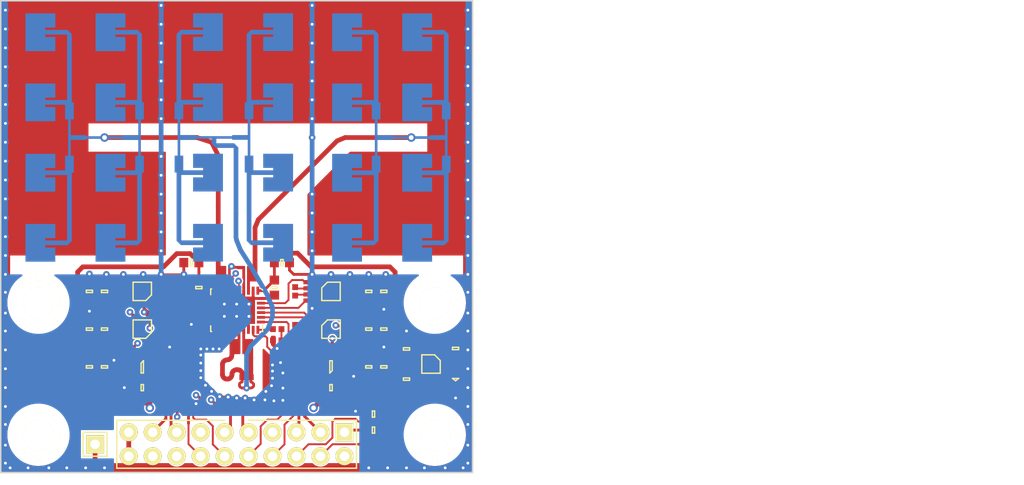
<source format=kicad_pcb>
(kicad_pcb (version 20221018) (generator pcbnew)
  (layers (0 "F.Cu" signal) (1 "In1.Cu" signal) (2 "In2.Cu" signal) (31 "B.Cu" signal) (34 "B.Paste" user) (35 "F.Paste" user) (36 "B.SilkS" user "B.Silkscreen") (37 "F.SilkS" user "F.Silkscreen") (38 "B.Mask" user) (39 "F.Mask" user) (44 "Edge.Cuts" user))
  (net 0 "")
  (net 1 "GND")
  (net 2 "Net-(IC3-Pad3)")
  (net 3 "3v3")
  (net 4 "Net-(C5-Pad1)")
  (net 5 "Net-(C6-Pad2)")
  (net 6 "/IFQ2_N")
  (net 7 "/IFQ2_P")
  (net 8 "/IFI2_P")
  (net 9 "/IFI2_N")
  (net 10 "Net-(IC2-Pad16)")
  (net 11 "/~{CS}")
  (net 12 "/CLK")
  (net 13 "/SI")
  (net 14 "/ANA")
  (net 15 "Net-(C9-Pad2)")
  (net 16 "/FREQ")
  (net 17 "/IFI1_N")
  (net 18 "/IFI1_P")
  (net 19 "/IFQ1_P")
  (net 20 "/IFQ1_N")
  (net 21 "Net-(C2-Pad1)")
  (net 22 "VBATT")
  (net 23 "/IFI1")
  (net 24 "Net-(IC4-Pad3)")
  (net 25 "Net-(IC4-Pad2)")
  (net 26 "Net-(IC5-Pad2)")
  (net 27 "Net-(IC5-Pad3)")
  (net 28 "/IFQ1")
  (net 29 "/IFI2")
  (net 30 "Net-(IC6-Pad3)")
  (net 31 "Net-(IC6-Pad2)")
  (net 32 "Net-(IC7-Pad2)")
  (net 33 "Net-(IC7-Pad3)")
  (net 34 "/FINE")
  (net 35 "/COARSE")
  (net 36 "/IFQ2")
  (net 37 "Net-(C9-Pad1)")
  (net 38 "/~{SD}")
  (net 39 "Net-(IC8-Pad3)")
  (net 40 "/VREF2")
  (net 41 "/VREF1")
  (net 42 "/RX1")
  (net 43 "/RX2")
  (net 44 "/TX")
  (net 45 "Net-(D1-Pad2)")
  (footprint "agg:SC-70-5" (layer "F.Cu") (at 85 88.8 180)
    (fp_text reference "IC3")
    (fp_text value "AD8541")
  )
  (footprint "agg:QFN-32-BGT24MTR" (layer "F.Cu") (at 75 82.8 -90)
    (fp_text reference "IC2")
    (fp_text value "BGT24MTR12")
  )
  (footprint "agg:MSOP-8" (layer "F.Cu") (at 95.6 88.5 -90)
    (fp_text reference "IC1")
    (fp_text value "ADP3335")
  )
  (footprint "agg:MSOP-8" (layer "F.Cu") (at 85 84.8)
    (fp_text reference "IC4")
    (fp_text value "AD8226")
  )
  (footprint "agg:MSOP-8" (layer "F.Cu") (at 85 80.8)
    (fp_text reference "IC5")
    (fp_text value "AD8226")
  )
  (footprint "agg:MSOP-8" (layer "F.Cu") (at 65 84.8 180)
    (fp_text reference "IC6")
    (fp_text value "AD8226")
  )
  (footprint "agg:MSOP-8" (layer "F.Cu") (at 65 80.8 180)
    (fp_text reference "IC7")
    (fp_text value "AD8226")
  )
  (footprint "agg:0603" (layer "F.Cu") (at 61 84.8 90)
    (fp_text reference "C12")
    (fp_text value "100n")
  )
  (footprint "agg:0603" (layer "F.Cu") (at 89 80.8 -90)
    (fp_text reference "C11")
    (fp_text value "100n")
  )
  (footprint "agg:0603" (layer "F.Cu") (at 89 84.8 -90)
    (fp_text reference "C10")
    (fp_text value "100n")
  )
  (footprint "agg:0603" (layer "F.Cu") (at 70.2 77.75 180)
    (fp_text reference "C8")
    (fp_text value "100n")
  )
  (footprint "agg:0603" (layer "F.Cu") (at 71 80.4 -90)
    (fp_text reference "C7")
    (fp_text value "1µ")
  )
  (footprint "agg:0603" (layer "F.Cu") (at 59.4 80.8 90)
    (fp_text reference "C4")
    (fp_text value "10µ")
  )
  (footprint "agg:0603" (layer "F.Cu") (at 93 86.9 90)
    (fp_text reference "C3")
    (fp_text value "1µ")
  )
  (footprint "agg:0603" (layer "F.Cu") (at 93 90.1 90)
    (fp_text reference "C2")
    (fp_text value "1n")
  )
  (footprint "agg:0603" (layer "F.Cu") (at 61 80.8 90)
    (fp_text reference "C13")
    (fp_text value "100n")
  )
  (footprint "agg:0603" (layer "F.Cu") (at 85 91)
    (fp_text reference "C14")
    (fp_text value "100n")
  )
  (footprint "agg:0603" (layer "F.Cu") (at 89.5 95.5 180)
    (fp_text reference "C1")
    (fp_text value "1µ")
  )
  (footprint "agg:0603" (layer "F.Cu") (at 89 88.8 -90)
    (fp_text reference "R5")
    (fp_text value "10k")
  )
  (footprint "agg:0603" (layer "F.Cu") (at 90.6 88.8 90)
    (fp_text reference "R4")
    (fp_text value "10k")
  )
  (footprint "agg:0402" (layer "F.Cu") (at 79.3 84.8 180)
    (fp_text reference "C9")
    (fp_text value "1n")
  )
  (footprint "agg:0402" (layer "F.Cu") (at 79.3 86)
    (fp_text reference "R3")
    (fp_text value "50")
  )
  (footprint "agg:DIL-254P-20" (layer "F.Cu") (at 75 97 180)
    (fp_text reference "J1")
    (fp_text value "CONN_02x10" hide)
  )
  (footprint "agg:0603" (layer "F.Cu") (at 89.5 93.8 180)
    (fp_text reference "R10")
    (fp_text value "10k")
  )
  (footprint "agg:0402" (layer "F.Cu") (at 68.8 80.8 -90)
    (fp_text reference "R9")
    (fp_text value "5k49")
  )
  (footprint "agg:0402" (layer "F.Cu") (at 81.2 84.8 90)
    (fp_text reference "R6")
    (fp_text value "5k49")
  )
  (footprint "agg:0402" (layer "F.Cu") (at 81.2 80.8 90)
    (fp_text reference "R7")
    (fp_text value "5k49")
  )
  (footprint "agg:0402" (layer "F.Cu") (at 68.8 84.8 -90)
    (fp_text reference "R8")
    (fp_text value "5k49")
  )
  (footprint "agg:M3_MOUNT" (layer "F.Cu") (at 54 96)
    (fp_text reference "X2" hide)
    (fp_text value "M3_MOUNT" hide)
  )
  (footprint "agg:M3_MOUNT" (layer "F.Cu") (at 96 96)
    (fp_text reference "X1" hide)
    (fp_text value "M3_MOUNT" hide)
  )
  (footprint "agg:SIL-254P-01" (layer "F.Cu") (at 60 97)
    (fp_text reference "TP2")
    (fp_text value "TESTPAD" hide)
  )
  (footprint "agg:0603" (layer "F.Cu") (at 79.8 77.75)
    (fp_text reference "C18")
    (fp_text value "1µ")
  )
  (footprint "agg:TESTPAD" (layer "F.Cu") (at 80.2 86.85)
    (fp_text reference "TP1" hide)
    (fp_text value "TESTPAD" hide)
  )
  (footprint "agg:0603" (layer "F.Cu") (at 90.6 80.8 -90)
    (fp_text reference "C15")
    (fp_text value "10µ")
  )
  (footprint "agg:SC-70-5" (layer "F.Cu") (at 65 88.8)
    (fp_text reference "IC8")
    (fp_text value "AD8541")
  )
  (footprint "agg:0603" (layer "F.Cu") (at 65 91 180)
    (fp_text reference "C16")
    (fp_text value "100n")
  )
  (footprint "agg:0603" (layer "F.Cu") (at 59.4 88.8 -90)
    (fp_text reference "R11")
    (fp_text value "10k")
  )
  (footprint "agg:0603" (layer "F.Cu") (at 61 88.8 90)
    (fp_text reference "R12")
    (fp_text value "10k")
  )
  (footprint "agg:0603" (layer "F.Cu") (at 98.2 86.85 -90)
    (fp_text reference "R14")
    (fp_text value "1k")
  )
  (footprint "agg:0603-LED" (layer "F.Cu") (at 98.2 90.15 90)
    (fp_text reference "D1")
    (fp_text value "LED")
  )
  (footprint "agg:M3_MOUNT" (layer "F.Cu") (at 54 82)
    (fp_text reference "X4" hide)
    (fp_text value "M3_MOUNT" hide)
  )
  (footprint "agg:M3_MOUNT" (layer "F.Cu") (at 96 82)
    (fp_text reference "X3" hide)
    (fp_text value "M3_MOUNT" hide)
  )
  (footprint "agg:0603" (layer "F.Cu") (at 90.6 84.8 -90)
    (fp_text reference "C19")
    (fp_text value "10µ")
  )
  (footprint "agg:0603" (layer "F.Cu") (at 59.4 84.8 90)
    (fp_text reference "C20")
    (fp_text value "10µ")
  )
  (footprint "agg:0603" (layer "F.Cu") (at 79 80.4 -90)
    (fp_text reference "C17")
    (fp_text value "100n")
  )
  (footprint "agg:0402" (layer "F.Cu") (at 76.05 89.9)
    (fp_text reference "R13")
    (fp_text value "100")
  )
  (footprint "agg:0402" (layer "F.Cu") (at 73.9 93.6 180)
    (fp_text reference "R2")
    (fp_text value "100")
  )
  (footprint "agg:0402" (layer "F.Cu") (at 76.1 93.6)
    (fp_text reference "R1")
    (fp_text value "100")
  )
  (footprint "agg:0402" (layer "F.Cu") (at 78.2 93.6)
    (fp_text reference "C5")
    (fp_text value "100n")
  )
  (footprint "agg:0402" (layer "F.Cu") (at 71.8 93.6)
    (fp_text reference "C6")
    (fp_text value "100n")
  )
  (footprint "X0" (layer "B.Cu") (at 93.5 64.5 90)
    (fp_text reference "AE2" hide)
    (fp_text value "")
  )
  (footprint "X0" (layer "B.Cu") (at 61 64.5 90)
    (fp_text reference "AE3" hide)
    (fp_text value "")
  )
  (gr_line (start 50 50) (end 50 50) (stroke (width 0.15)) (layer "Edge.Cuts"))
  (gr_line (start 100 50) (end 50 50) (stroke (width 0.15)) (layer "Edge.Cuts"))
  (gr_line (start 50 100) (end 100 100) (stroke (width 0.15)) (layer "Edge.Cuts"))
  (gr_line (start 100 100) (end 100 50) (stroke (width 0.15)) (layer "Edge.Cuts"))
  (gr_line (start 50 50) (end 50 100) (stroke (width 0.15)) (layer "Edge.Cuts"))
  (gr_text "AG\nr1" (at 53 89) (layer "F.Cu") (effects (font (size 1.5 1.5) (thickness 0.3))))
  (segment (start 88.8 81.8) (end 89 81.6) (width 0.3) (layer "F.Cu") (net 1))
  (segment (start 63.9 88.8) (end 62.7 88.8) (width 0.3) (layer "F.Cu") (net 1))
  (segment (start 87 91) (end 87.4 90.6) (width 0.3) (layer "F.Cu") (net 1))
  (segment (start 69.4 77.75) (end 69.4 79) (width 0.3) (layer "F.Cu") (net 1))
  (segment (start 62.8 79.825) (end 61.175 79.825) (width 0.3) (layer "F.Cu") (net 1))
  (segment (start 78.95 93.3) (end 78.65 93.6) (width 0.3) (layer "F.Cu") (net 1))
  (segment (start 79.9 91.05) (end 79.9 92.35) (width 0.2) (layer "F.Cu") (net 1))
  (segment (start 86.66 95.5) (end 86.43 95.73) (width 0.3) (layer "F.Cu") (net 1))
  (segment (start 63.57 95.73) (end 63.57 98.27) (width 0.5) (layer "F.Cu") (net 1))
  (segment (start 89 81.6) (end 90.6 81.6) (width 0.3) (layer "F.Cu") (net 1))
  (segment (start 50.5 91) (end 50.5 93) (width 0.2) (layer "F.Cu") (net 1))
  (segment (start 50.5 77) (end 50.5 75) (width 0.2) (layer "F.Cu") (net 1))
  (segment (start 67 58.5) (end 67 60.5) (width 0.3) (layer "F.Cu") (net 1))
  (segment (start 74.25 78.25) (end 75.75 78.25) (width 0.2) (layer "F.Cu") (net 1))
  (segment (start 94.9 99.5) (end 93 99.5) (width 0.2) (layer "F.Cu") (net 1))
  (segment (start 76.75 80.725) (end 76.75 81.45) (width 0.3) (layer "F.Cu") (net 1))
  (segment (start 99.5 69) (end 99.5 71) (width 0.2) (layer "F.Cu") (net 1))
  (segment (start 72.425 81.55) (end 71.35 81.55) (width 0.3) (layer "F.Cu") (net 1))
  (segment (start 59.4 80) (end 59.4 78.95) (width 0.3) (layer "F.Cu") (net 1))
  (segment (start 74.75 84.875) (end 74.75 83.05) (width 0.3) (layer "F.Cu") (net 1))
  (segment (start 60 99.5) (end 59 99.5) (width 0.5) (layer "F.Cu") (net 1))
  (segment (start 67 54.5) (end 67 56.5) (width 0.3) (layer "F.Cu") (net 1))
  (segment (start 99.5 93) (end 99.5 94.9) (width 0.2) (layer "F.Cu") (net 1))
  (segment (start 73.2 91.95) (end 72.9 91.95) (width 0.2) (layer "F.Cu") (net 1))
  (segment (start 87.2 81.8) (end 88.8 81.8) (width 0.3) (layer "F.Cu") (net 1))
  (segment (start 76.1 92.3) (end 75.9 92.1) (width 0.15) (layer "F.Cu") (net 1))
  (segment (start 77.575 81.55) (end 78.65 81.55) (width 0.3) (layer "F.Cu") (net 1))
  (segment (start 99.5 77) (end 99.5 79) (width 0.2) (layer "F.Cu") (net 1))
  (segment (start 73.2 91.95) (end 74.05 91.95) (width 0.2) (layer "F.Cu") (net 1))
  (segment (start 72.425 81.55) (end 73.75 81.55) (width 0.3) (layer "F.Cu") (net 1))
  (segment (start 99 99.5) (end 97.1 99.5) (width 0.2) (layer "F.Cu") (net 1))
  (segment (start 78 91.5) (end 78.1 91.4) (width 0.2) (layer "F.Cu") (net 1))
  (segment (start 71.85 86.9) (end 72.5 86.9) (width 0.15) (layer "F.Cu") (net 1))
  (segment (start 52.9 99.5) (end 55.1 99.5) (width 0.2) (layer "F.Cu") (net 1))
  (segment (start 67 76.5) (end 67 74.5) (width 0.3) (layer "F.Cu") (net 1))
  (segment (start 62.7 88.8) (end 62 88.1) (width 0.3) (layer "F.Cu") (net 1))
  (segment (start 86.81 95.35) (end 86.43 95.73) (width 0.3) (layer "F.Cu") (net 1))
  (segment (start 71.35 81.55) (end 71 81.2) (width 0.3) (layer "F.Cu") (net 1))
  (segment (start 50.5 99) (end 51 99.5) (width 0.2) (layer "F.Cu") (net 1))
  (segment (start 67 72.5) (end 67 70.5) (width 0.3) (layer "F.Cu") (net 1))
  (segment (start 78.85 86) (end 78.85 86.41) (width 0.2) (layer "F.Cu") (net 1))
  (segment (start 75.4 82.8) (end 75 82.8) (width 0.3) (layer "F.Cu") (net 1))
  (segment (start 76.85 92.3) (end 76.1 92.3) (width 0.15) (layer "F.Cu") (net 1))
  (segment (start 83 58.5) (end 83 60.5) (width 0.3) (layer "F.Cu") (net 1))
  (segment (start 89 89.8) (end 87.4 89.8) (width 0.3) (layer "F.Cu") (net 1))
  (segment (start 74.25 80.725) (end 74.25 78.35) (width 0.2) (layer "F.Cu") (net 1))
  (segment (start 88.7 93.8) (end 87.9 93.8) (width 0.3) (layer "F.Cu") (net 1))
  (segment (start 99.5 53) (end 99.5 55) (width 0.2) (layer "F.Cu") (net 1))
  (segment (start 79.9 91.05) (end 78.45 91.05) (width 0.2) (layer "F.Cu") (net 1))
  (segment (start 71.35 93.6) (end 71.35 93.35) (width 0.3) (layer "F.Cu") (net 1))
  (segment (start 91 99.5) (end 89 99.5) (width 0.2) (layer "F.Cu") (net 1))
  (segment (start 57 99.5) (end 59 99.5) (width 0.2) (layer "F.Cu") (net 1))
  (segment (start 74.25 80.45) (end 74.25 80.725) (width 0.15) (layer "F.Cu") (net 1))
  (segment (start 71.2 90.25) (end 71.7 90.75) (width 0.2) (layer "F.Cu") (net 1))
  (segment (start 85.8 91) (end 87 91) (width 0.3) (layer "F.Cu") (net 1))
  (segment (start 78.95 92.4) (end 78.95 93.3) (width 0.3) (layer "F.Cu") (net 1))
  (segment (start 99.5 85) (end 99.5 87) (width 0.2) (layer "F.Cu") (net 1))
  (segment (start 61 84) (end 59.4 84) (width 0.3) (layer "F.Cu") (net 1))
  (segment (start 87.9 93.8) (end 87.6 93.5) (width 0.3) (layer "F.Cu") (net 1))
  (segment (start 50.5 65) (end 50.5 63) (width 0.2) (layer "F.Cu") (net 1))
  (segment (start 67 70.5) (end 67 68.5) (width 0.3) (layer "F.Cu") (net 1))
  (segment (start 78.1 91.4) (end 78.7 90.8) (width 0.2) (layer "F.Cu") (net 1))
  (segment (start 67 79) (end 69.4 79) (width 0.2) (layer "F.Cu") (net 1))
  (segment (start 50.5 94.9) (end 50.5 97.1) (width 0.2) (layer "F.Cu") (net 1))
  (segment (start 87.4 89.325) (end 87.4 89.8) (width 0.3) (layer "F.Cu") (net 1))
  (segment (start 90.6 85.6) (end 89 85.6) (width 0.3) (layer "F.Cu") (net 1))
  (segment (start 75.75 78.25) (end 75.75 79.15) (width 0.2) (layer "F.Cu") (net 1))
  (segment (start 93 86.1) (end 93 85) (width 0.3) (layer "F.Cu") (net 1))
  (segment (start 76.95 92.4) (end 76.85 92.3) (width 0.2) (layer "F.Cu") (net 1))
  (segment (start 76.25 83.5) (end 76.3 83.45) (width 0.3) (layer "F.Cu") (net 1))
  (segment (start 94.625 86.3) (end 93.2 86.3) (width 0.3) (layer "F.Cu") (net 1))
  (segment (start 74.6 82.8) (end 75 82.8) (width 0.3) (layer "F.Cu") (net 1))
  (segment (start 78.85 86.41) (end 79.29 86.85) (width 0.2) (layer "F.Cu") (net 1))
  (segment (start 77.575 81.55) (end 76.25 81.55) (width 0.3) (layer "F.Cu") (net 1))
  (segment (start 76.75 81.45) (end 75.4 82.8) (width 0.3) (layer "F.Cu") (net 1))
  (segment (start 75 92.1) (end 75.9 92.1) (width 0.2) (layer "F.Cu") (net 1))
  (segment (start 72.9 91.95) (end 72.35 91.4) (width 0.2) (layer "F.Cu") (net 1))
  (segment (start 99.5 57) (end 99.5 59) (width 0.2) (layer "F.Cu") (net 1))
  (segment (start 75.8 80.675) (end 75.75 80.725) (width 0.15) (layer "F.Cu") (net 1))
  (segment (start 99.5 83.1) (end 99.5 81.1) (width 0.2) (layer "F.Cu") (net 1))
  (segment (start 73.25 80.725) (end 73.25 81.45) (width 0.3) (layer "F.Cu") (net 1))
  (segment (start 61.175 83.825) (end 61 84) (width 0.3) (layer "F.Cu") (net 1))
  (segment (start 61.9 88) (end 61 88) (width 0.3) (layer "F.Cu") (net 1))
  (segment (start 76.25 84.875) (end 76.25 83.5) (width 0.3) (layer "F.Cu") (net 1))
  (segment (start 74.25 82.05) (end 75 82.8) (width 0.3) (layer "F.Cu") (net 1))
  (segment (start 59.4 84) (end 59.4 82.9) (width 0.3) (layer "F.Cu") (net 1))
  (segment (start 74.75 83.05) (end 75 82.8) (width 0.3) (layer "F.Cu") (net 1))
  (segment (start 86.1 88.8) (end 86.875 88.8) (width 0.3) (layer "F.Cu") (net 1))
  (segment (start 81.05 79) (end 82.575736 79) (width 0.3) (layer "F.Cu") (net 1))
  (segment (start 61 80) (end 59.4 80) (width 0.3) (layer "F.Cu") (net 1))
  (segment (start 50.5 79) (end 50.5 80.9) (width 0.2) (layer "F.Cu") (net 1))
  (segment (start 50.5 80.9) (end 50.4 81) (width 0.2) (layer "F.Cu") (net 1))
  (segment (start 87.2 85.775) (end 88.825 85.775) (width 0.3) (layer "F.Cu") (net 1))
  (segment (start 99 50.5) (end 99.5 51) (width 0.2) (layer "F.Cu") (net 1))
  (segment (start 83 74.5) (end 83 76.5) (width 0.3) (layer "F.Cu") (net 1))
  (segment (start 88.825 85.775) (end 89 85.6) (width 0.3) (layer "F.Cu") (net 1))
  (segment (start 76.25 81.55) (end 75 82.8) (width 0.3) (layer "F.Cu") (net 1))
  (segment (start 99.5 65) (end 99.5 67) (width 0.2) (layer "F.Cu") (net 1))
  (segment (start 74.25 78.35) (end 74.45 78.15) (width 0.2) (layer "F.Cu") (net 1))
  (segment (start 74.25 80.725) (end 74.25 82.05) (width 0.3) (layer "F.Cu") (net 1))
  (segment (start 73.75 81.55) (end 75 82.8) (width 0.3) (layer "F.Cu") (net 1))
  (segment (start 99.5 61) (end 99.5 63) (width 0.2) (layer "F.Cu") (net 1))
  (segment (start 50.5 87) (end 50.5 89) (width 0.2) (layer "F.Cu") (net 1))
  (segment (start 50.5 57) (end 50.5 55) (width 0.2) (layer "F.Cu") (net 1))
  (segment (start 67 50.5) (end 67 52.5) (width 0.3) (layer "F.Cu") (net 1))
  (segment (start 75.75 82.05) (end 75 82.8) (width 0.3) (layer "F.Cu") (net 1))
  (segment (start 78.8 89.25) (end 78.8 88.6) (width 0.2) (layer "F.Cu") (net 1))
  (segment (start 78.45 91.05) (end 78.399999 91.100001) (width 0.2) (layer "F.Cu") (net 1))
  (segment (start 78.399999 91.100001) (end 78.1 91.4) (width 0.2) (layer "F.Cu") (net 1))
  (segment (start 74.25 80.725) (end 74.25 78.25) (width 0.2) (layer "F.Cu") (net 1))
  (segment (start 50.5 83.1) (end 50.5 85) (width 0.2) (layer "F.Cu") (net 1))
  (segment (start 71.35 93.35) (end 70.7 92.7) (width 0.3) (layer "F.Cu") (net 1))
  (segment (start 78.65 81.55) (end 79 81.2) (width 0.3) (layer "F.Cu") (net 1))
  (segment (start 90.6 81.6) (end 90.6 82.7) (width 0.3) (layer "F.Cu") (net 1))
  (segment (start 61.9 88) (end 62 88.1) (width 0.2) (layer "F.Cu") (net 1))
  (segment (start 74.05 91.95) (end 74.1 92) (width 0.2) (layer "F.Cu") (net 1))
  (segment (start 64.2 91) (end 63.1 91) (width 0.3) (layer "F.Cu") (net 1))
  (segment (start 50.5 73) (end 50.5 71) (width 0.2) (layer "F.Cu") (net 1))
  (segment (start 99.5 81.1) (end 99.6 81) (width 0.2) (layer "F.Cu") (net 1))
  (segment (start 50.5 61) (end 50.5 59) (width 0.2) (layer "F.Cu") (net 1))
  (segment (start 80.6 78.55) (end 81.05 79) (width 0.3) (layer "F.Cu") (net 1))
  (segment (start 62.8 83.825) (end 61.175 83.825) (width 0.3) (layer "F.Cu") (net 1))
  (segment (start 61.175 79.825) (end 61 80) (width 0.3) (layer "F.Cu") (net 1))
  (segment (start 71.2 89.95) (end 71.2 90.25) (width 0.2) (layer "F.Cu") (net 1))
  (segment (start 50.5 69) (end 50.5 67) (width 0.2) (layer "F.Cu") (net 1))
  (segment (start 83 50.5) (end 83 52.5) (width 0.3) (layer "F.Cu") (net 1))
  (segment (start 99.5 89) (end 99.5 91) (width 0.2) (layer "F.Cu") (net 1))
  (segment (start 99.5 97.1) (end 99.5 99) (width 0.2) (layer "F.Cu") (net 1))
  (segment (start 82.575736 79) (end 83 79) (width 0.3) (layer "F.Cu") (net 1))
  (segment (start 93.2 86.3) (end 93 86.1) (width 0.3) (layer "F.Cu") (net 1))
  (segment (start 73.25 81.45) (end 74.6 82.8) (width 0.3) (layer "F.Cu") (net 1))
  (segment (start 60 97) (end 60 99.5) (width 0.5) (layer "F.Cu") (net 1))
  (segment (start 90.6 85.6) (end 90.6 86.7) (width 0.3) (layer "F.Cu") (net 1))
  (segment (start 83 70.5) (end 83 72.5) (width 0.3) (layer "F.Cu") (net 1))
  (segment (start 78.95 92.4) (end 76.95 92.4) (width 0.2) (layer "F.Cu") (net 1))
  (segment (start 86.875 88.8) (end 87.4 89.325) (width 0.3) (layer "F.Cu") (net 1))
  (segment (start 74.174999 80.374999) (end 74.25 80.45) (width 0.15) (layer "F.Cu") (net 1))
  (segment (start 87.4 90.6) (end 87.4 89.8) (width 0.3) (layer "F.Cu") (net 1))
  (segment (start 98.2 90.95) (end 98.2 92.1) (width 0.3) (layer "F.Cu") (net 1))
  (segment (start 88.7 95.5) (end 86.66 95.5) (width 0.3) (layer "F.Cu") (net 1))
  (segment (start 78 92.3) (end 78 91.5) (width 0.2) (layer "F.Cu") (net 1))
  (segment (start 80.6 77.75) (end 80.6 78.55) (width 0.3) (layer "F.Cu") (net 1))
  (segment (start 50.5 53) (end 50.5 51) (width 0.2) (layer "F.Cu") (net 1))
  (segment (start 83 54.5) (end 83 56.5) (width 0.3) (layer "F.Cu") (net 1))
  (segment (start 71.2 88.4) (end 71.2 89.2) (width 0.2) (layer "F.Cu") (net 1))
  (segment (start 75.75 80.725) (end 75.75 82.05) (width 0.3) (layer "F.Cu") (net 1))
  (segment (start 71.2 87.55) (end 71.2 86.9) (width 0.15) (layer "F.Cu") (net 1))
  (segment (start 99.5 73) (end 99.5 75) (width 0.2) (layer "F.Cu") (net 1))
  (segment (start 78.8 89.25) (end 78.8 90) (width 0.2) (layer "F.Cu") (net 1))
  (via (at 99.5 89) (size 0.7) (drill 0.3) (layers "F.Cu" "B.Cu") (net 1))
  (via (at 67 62.5) (size 0.7) (drill 0.3) (layers "F.Cu" "B.Cu") (net 1))
  (via (at 50.5 91) (size 0.7) (drill 0.3) (layers "F.Cu" "B.Cu") (net 1))
  (via (at 50.5 63) (size 0.7) (drill 0.3) (layers "F.Cu" "B.Cu") (net 1))
  (via (at 78.7 90.8) (size 0.7) (drill 0.3) (layers "F.Cu" "B.Cu") (net 1))
  (via (at 99.5 53) (size 0.7) (drill 0.3) (layers "F.Cu" "B.Cu") (net 1))
  (via (at 93 99.5) (size 0.7) (drill 0.3) (layers "F.Cu" "B.Cu") (net 1))
  (via (at 99.5 85) (size 0.7) (drill 0.3) (layers "F.Cu" "B.Cu") (net 1))
  (via (at 50.5 80.9) (size 0.7) (drill 0.3) (layers "F.Cu" "B.Cu") (net 1))
  (via (at 67 54.5) (size 0.7) (drill 0.3) (layers "F.Cu" "B.Cu") (net 1))
  (via (at 50.5 59) (size 0.7) (drill 0.3) (layers "F.Cu" "B.Cu") (net 1))
  (via (at 50.5 55) (size 0.7) (drill 0.3) (layers "F.Cu" "B.Cu") (net 1))
  (via (at 78.8 89.25) (size 0.7) (drill 0.3) (layers "F.Cu" "B.Cu") (net 1))
  (via (at 74.45 78.15) (size 0.7) (drill 0.3) (layers "F.Cu" "B.Cu") (net 1))
  (via (at 99.5 79) (size 0.7) (drill 0.3) (layers "F.Cu" "B.Cu") (net 1))
  (via (at 79.9 91.05) (size 0.7) (drill 0.3) (layers "F.Cu" "B.Cu") (net 1))
  (via (at 99.5 99) (size 0.7) (drill 0.3) (layers "F.Cu" "B.Cu") (net 1))
  (via (at 99.5 67) (size 0.7) (drill 0.3) (layers "F.Cu" "B.Cu") (net 1))
  (via (at 50.5 77) (size 0.7) (drill 0.3) (layers "F.Cu" "B.Cu") (net 1))
  (via (at 72.35 91.4) (size 0.7) (drill 0.3) (layers "F.Cu" "B.Cu") (net 1))
  (via (at 71.2 88.4) (size 0.7) (drill 0.3) (layers "F.Cu" "B.Cu") (net 1))
  (via (at 67 70.5) (size 0.7) (drill 0.3) (layers "F.Cu" "B.Cu") (net 1))
  (via (at 76.85 92.3) (size 0.7) (drill 0.3) (layers "F.Cu" "B.Cu") (net 1))
  (via (at 79.9 89.45) (size 0.7) (drill 0.3) (layers "F.Cu" "B.Cu") (net 1))
  (via (at 83 54.5) (size 0.7) (drill 0.3) (layers "F.Cu" "B.Cu") (net 1))
  (via (at 50.5 69) (size 0.7) (drill 0.3) (layers "F.Cu" "B.Cu") (net 1))
  (via (at 71.2 86.9) (size 0.7) (drill 0.3) (layers "F.Cu" "B.Cu") (net 1))
  (via (at 83 64.5) (size 0.7) (drill 0.3) (layers "F.Cu" "B.Cu") (net 1))
  (via (at 99.5 87) (size 0.7) (drill 0.3) (layers "F.Cu" "B.Cu") (net 1))
  (via (at 50.5 57) (size 0.7) (drill 0.3) (layers "F.Cu" "B.Cu") (net 1))
  (via (at 50.5 99) (size 0.7) (drill 0.3) (layers "F.Cu" "B.Cu") (net 1))
  (via (at 50.5 94.9) (size 0.7) (drill 0.3) (layers "F.Cu" "B.Cu") (net 1))
  (via (at 87.4 89.8) (size 0.7) (drill 0.3) (layers "F.Cu" "B.Cu") (net 1))
  (via (at 71.7 90.75) (size 0.7) (drill 0.3) (layers "F.Cu" "B.Cu") (net 1))
  (via (at 72.5 86.9) (size 0.7) (drill 0.3) (layers "F.Cu" "B.Cu") (net 1))
  (via (at 97.1 99.5) (size 0.7) (drill 0.3) (layers "F.Cu" "B.Cu") (net 1))
  (via (at 50.5 75) (size 0.7) (drill 0.3) (layers "F.Cu" "B.Cu") (net 1))
  (via (at 70.2 84.3) (size 0.7) (drill 0.3) (layers "F.Cu" "B.Cu") (net 1))
  (via (at 67 60.5) (size 0.7) (drill 0.3) (layers "F.Cu" "B.Cu") (net 1))
  (via (at 50.5 83.1) (size 0.7) (drill 0.3) (layers "F.Cu" "B.Cu") (net 1))
  (via (at 87 79) (size 0.7) (drill 0.3) (layers "F.Cu" "B.Cu") (net 1))
  (via (at 83 58.5) (size 0.7) (drill 0.3) (layers "F.Cu" "B.Cu") (net 1))
  (via (at 93 85) (size 0.7) (drill 0.3) (layers "F.Cu" "B.Cu") (net 1))
  (via (at 83 74.5) (size 0.7) (drill 0.3) (layers "F.Cu" "B.Cu") (net 1))
  (via (at 50.5 93) (size 0.7) (drill 0.3) (layers "F.Cu" "B.Cu") (net 1))
  (via (at 59.4 82.9) (size 0.7) (drill 0.3) (layers "F.Cu" "B.Cu") (net 1))
  (via (at 83 76.5) (size 0.7) (drill 0.3) (layers "F.Cu" "B.Cu") (net 1))
  (via (at 67 72.5) (size 0.7) (drill 0.3) (layers "F.Cu" "B.Cu") (net 1))
  (via (at 67 68.5) (size 0.7) (drill 0.3) (layers "F.Cu" "B.Cu") (net 1))
  (via (at 78 92.3) (size 0.7) (drill 0.3) (layers "F.Cu" "B.Cu") (net 1))
  (via (at 50.5 73) (size 0.7) (drill 0.3) (layers "F.Cu" "B.Cu") (net 1))
  (via (at 61 99.5) (size 0.7) (drill 0.3) (layers "F.Cu" "B.Cu") (net 1))
  (via (at 85 79) (size 0.7) (drill 0.3) (layers "F.Cu" "B.Cu") (net 1))
  (via (at 50.5 89) (size 0.7) (drill 0.3) (layers "F.Cu" "B.Cu") (net 1))
  (via (at 74.1 92) (size 0.7) (drill 0.3) (layers "F.Cu" "B.Cu") (net 1))
  (via (at 50.5 51) (size 0.7) (drill 0.3) (layers "F.Cu" "B.Cu") (net 1))
  (via (at 99.5 93) (size 0.7) (drill 0.3) (layers "F.Cu" "B.Cu") (net 1))
  (via (at 50.5 97.1) (size 0.7) (drill 0.3) (layers "F.Cu" "B.Cu") (net 1))
  (via (at 73.15 86.9) (size 0.7) (drill 0.3) (layers "F.Cu" "B.Cu") (net 1))
  (via (at 59.4 78.95) (size 0.7) (drill 0.3) (layers "F.Cu" "B.Cu") (net 1))
  (via (at 67 56.5) (size 0.7) (drill 0.3) (layers "F.Cu" "B.Cu") (net 1))
  (via (at 99.5 77) (size 0.7) (drill 0.3) (layers "F.Cu" "B.Cu") (net 1))
  (via (at 99.5 94.9) (size 0.7) (drill 0.3) (layers "F.Cu" "B.Cu") (net 1))
  (via (at 50.5 53) (size 0.7) (drill 0.3) (layers "F.Cu" "B.Cu") (net 1))
  (via (at 57 99.5) (size 0.7) (drill 0.3) (layers "F.Cu" "B.Cu") (net 1))
  (via (at 99.5 63) (size 0.7) (drill 0.3) (layers "F.Cu" "B.Cu") (net 1))
  (via (at 71.2 87.55) (size 0.7) (drill 0.3) (layers "F.Cu" "B.Cu") (net 1))
  (via (at 83 72.5) (size 0.7) (drill 0.3) (layers "F.Cu" "B.Cu") (net 1))
  (via (at 99.5 73) (size 0.7) (drill 0.3) (layers "F.Cu" "B.Cu") (net 1))
  (via (at 83 60.5) (size 0.7) (drill 0.3) (layers "F.Cu" "B.Cu") (net 1))
  (via (at 99.5 83.1) (size 0.7) (drill 0.3) (layers "F.Cu" "B.Cu") (net 1))
  (via (at 71.2 89.95) (size 0.7) (drill 0.3) (layers "F.Cu" "B.Cu") (net 1))
  (via (at 59 99.5) (size 0.7) (drill 0.3) (layers "F.Cu" "B.Cu") (net 1))
  (via (at 90.6 82.7) (size 0.7) (drill 0.3) (layers "F.Cu" "B.Cu") (net 1))
  (via (at 79.65 88.35) (size 0.7) (drill 0.3) (layers "F.Cu" "B.Cu") (net 1))
  (via (at 50.5 65) (size 0.7) (drill 0.3) (layers "F.Cu" "B.Cu") (net 1))
  (via (at 69.4 79) (size 0.7) (drill 0.3) (layers "F.Cu" "B.Cu") (net 1))
  (via (at 79.9 92.35) (size 0.7) (drill 0.3) (layers "F.Cu" "B.Cu") (net 1))
  (via (at 89 99.5) (size 0.7) (drill 0.3) (layers "F.Cu" "B.Cu") (net 1))
  (via (at 99 99.5) (size 0.7) (drill 0.3) (layers "F.Cu" "B.Cu") (net 1))
  (via (at 71.2 89.2) (size 0.7) (drill 0.3) (layers "F.Cu" "B.Cu") (net 1))
  (via (at 67 66.5) (size 0.7) (drill 0.3) (layers "F.Cu" "B.Cu") (net 1))
  (via (at 99.5 69) (size 0.7) (drill 0.3) (layers "F.Cu" "B.Cu") (net 1))
  (via (at 50.5 61) (size 0.7) (drill 0.3) (layers "F.Cu" "B.Cu") (net 1))
  (via (at 91 99.5) (size 0.7) (drill 0.3) (layers "F.Cu" "B.Cu") (net 1))
  (via (at 99.5 80.9) (size 0.7) (drill 0.3) (layers "F.Cu" "B.Cu") (net 1))
  (via (at 71.85 86.9) (size 0.7) (drill 0.3) (layers "F.Cu" "B.Cu") (net 1))
  (via (at 78.95 92.4) (size 0.7) (drill 0.3) (layers "F.Cu" "B.Cu") (net 1))
  (via (at 67 58.5) (size 0.7) (drill 0.3) (layers "F.Cu" "B.Cu") (net 1))
  (via (at 78.1 91.4) (size 0.7) (drill 0.3) (layers "F.Cu" "B.Cu") (net 1))
  (via (at 83 79) (size 0.7) (drill 0.3) (layers "F.Cu" "B.Cu") (net 1))
  (via (at 55.1 99.5) (size 0.7) (drill 0.3) (layers "F.Cu" "B.Cu") (net 1))
  (via (at 99.5 61) (size 0.7) (drill 0.3) (layers "F.Cu" "B.Cu") (net 1))
  (via (at 83 50.5) (size 0.7) (drill 0.3) (layers "F.Cu" "B.Cu") (net 1))
  (via (at 61.2 79) (size 0.7) (drill 0.3) (layers "F.Cu" "B.Cu") (net 1))
  (via (at 70.7 92.7) (size 0.7) (drill 0.3) (layers "F.Cu" "B.Cu") (net 1))
  (via (at 78.8 88.6) (size 0.7) (drill 0.3) (layers "F.Cu" "B.Cu") (net 1))
  (via (at 73.2 91.95) (size 0.7) (drill 0.3) (layers "F.Cu" "B.Cu") (net 1))
  (via (at 50.5 71) (size 0.7) (drill 0.3) (layers "F.Cu" "B.Cu") (net 1))
  (via (at 50.5 67) (size 0.7) (drill 0.3) (layers "F.Cu" "B.Cu") (net 1))
  (via (at 78.8 90) (size 0.7) (drill 0.3) (layers "F.Cu" "B.Cu") (net 1))
  (via (at 99.5 59) (size 0.7) (drill 0.3) (layers "F.Cu" "B.Cu") (net 1))
  (via (at 75 92.1) (size 0.7) (drill 0.3) (layers "F.Cu" "B.Cu") (net 1))
  (via (at 67 52.5) (size 0.7) (drill 0.3) (layers "F.Cu" "B.Cu") (net 1))
  (via (at 99.5 75) (size 0.7) (drill 0.3) (layers "F.Cu" "B.Cu") (net 1))
  (via (at 83 62.5) (size 0.7) (drill 0.3) (layers "F.Cu" "B.Cu") (net 1))
  (via (at 87.6 93.5) (size 0.7) (drill 0.3) (layers "F.Cu" "B.Cu") (net 1))
  (via (at 83 56.5) (size 0.7) (drill 0.3) (layers "F.Cu" "B.Cu") (net 1))
  (via (at 63.1 91) (size 0.7) (drill 0.3) (layers "F.Cu" "B.Cu") (net 1))
  (via (at 99.5 55) (size 0.7) (drill 0.3) (layers "F.Cu" "B.Cu") (net 1))
  (via (at 51 99.5) (size 0.7) (drill 0.3) (layers "F.Cu" "B.Cu") (net 1))
  (via (at 79.29 86.85) (size 0.7) (drill 0.3) (layers "F.Cu" "B.Cu") (net 1))
  (via (at 67.9 86.7) (size 0.7) (drill 0.3) (layers "F.Cu" "B.Cu") (net 1))
  (via (at 67 74.5) (size 0.7) (drill 0.3) (layers "F.Cu" "B.Cu") (net 1))
  (via (at 99.5 71) (size 0.7) (drill 0.3) (layers "F.Cu" "B.Cu") (net 1))
  (via (at 99.5 91) (size 0.7) (drill 0.3) (layers "F.Cu" "B.Cu") (net 1))
  (via (at 67 79) (size 0.7) (drill 0.3) (layers "F.Cu" "B.Cu") (net 1))
  (via (at 63 79) (size 0.7) (drill 0.3) (layers "F.Cu" "B.Cu") (net 1))
  (via (at 50.5 79) (size 0.7) (drill 0.3) (layers "F.Cu" "B.Cu") (net 1))
  (via (at 90.6 86.7) (size 0.7) (drill 0.3) (layers "F.Cu" "B.Cu") (net 1))
  (via (at 83 70.5) (size 0.7) (drill 0.3) (layers "F.Cu" "B.Cu") (net 1))
  (via (at 99.5 57) (size 0.7) (drill 0.3) (layers "F.Cu" "B.Cu") (net 1))
  (via (at 75.9 92.1) (size 0.7) (drill 0.3) (layers "F.Cu" "B.Cu") (net 1))
  (via (at 98.2 92.1) (size 0.7) (drill 0.3) (layers "F.Cu" "B.Cu") (net 1))
  (via (at 99.5 65) (size 0.7) (drill 0.3) (layers "F.Cu" "B.Cu") (net 1))
  (via (at 99.5 97.1) (size 0.7) (drill 0.3) (layers "F.Cu" "B.Cu") (net 1))
  (via (at 99.5 51) (size 0.7) (drill 0.3) (layers "F.Cu" "B.Cu") (net 1))
  (via (at 50.5 85) (size 0.7) (drill 0.3) (layers "F.Cu" "B.Cu") (net 1))
  (via (at 94.9 99.5) (size 0.7) (drill 0.3) (layers "F.Cu" "B.Cu") (net 1))
  (via (at 52.9 99.5) (size 0.7) (drill 0.3) (layers "F.Cu" "B.Cu") (net 1))
  (via (at 83 82.6) (size 0.7) (drill 0.3) (layers "F.Cu" "B.Cu") (net 1))
  (via (at 67 76.5) (size 0.7) (drill 0.3) (layers "F.Cu" "B.Cu") (net 1))
  (via (at 50.5 87) (size 0.7) (drill 0.3) (layers "F.Cu" "B.Cu") (net 1))
  (via (at 67 50.5) (size 0.7) (drill 0.3) (layers "F.Cu" "B.Cu") (net 1))
  (via (at 62 88.1) (size 0.7) (drill 0.3) (layers "F.Cu" "B.Cu") (net 1))
  (via (at 90.8 79) (size 0.7) (drill 0.3) (layers "F.Cu" "B.Cu") (net 1))
  (via (at 65.1 78.999992) (size 0.7) (drill 0.3) (layers "F.Cu" "B.Cu") (net 1))
  (via (at 89 79) (size 0.7) (drill 0.3) (layers "F.Cu" "B.Cu") (net 1))
  (via (at 83 52.5) (size 0.7) (drill 0.3) (layers "F.Cu" "B.Cu") (net 1))
  (segment (start 74.9 92) (end 75 92.1) (width 0.2) (layer "B.Cu") (net 1))
  (segment (start 78.8 88.6) (end 79.05 88.35) (width 0.2) (layer "B.Cu") (net 1))
  (segment (start 79.05 88.35) (end 79.65 88.35) (width 0.2) (layer "B.Cu") (net 1))
  (segment (start 83 79) (end 83 82.6) (width 0.3) (layer "B.Cu") (net 1))
  (segment (start 74.1 92) (end 74.9 92) (width 0.2) (layer "B.Cu") (net 1))
  (segment (start 86.1 88.15) (end 88.95 88.15) (width 0.3) (layer "F.Cu") (net 2))
  (segment (start 88.95 88.15) (end 89 88.2) (width 0.3) (layer "F.Cu") (net 2))
  (segment (start 90.6 88) (end 89 88) (width 0.3) (layer "F.Cu") (net 2))
  (segment (start 68.654998 76.8) (end 67.254998 78.2) (width 0.5) (layer "F.Cu") (net 3))
  (segment (start 84.2 91) (end 84.2 92.05) (width 0.3) (layer "F.Cu") (net 3))
  (segment (start 59.4 85.6) (end 61 85.6) (width 0.3) (layer "F.Cu") (net 3))
  (segment (start 58.15 78.75) (end 58.15 81.6) (width 0.5) (layer "F.Cu") (net 3))
  (segment (start 91.8 87.75) (end 91.8 84) (width 0.5) (layer "F.Cu") (net 3))
  (segment (start 66.375 88.15) (end 66.1 88.15) (width 0.3) (layer "F.Cu") (net 3))
  (segment (start 91.8 87.9) (end 91.8 87.75) (width 0.5) (layer "F.Cu") (net 3))
  (segment (start 58.6 81.6) (end 58.15 81.6) (width 0.3) (layer "F.Cu") (net 3))
  (segment (start 84.15 92.149996) (end 83.449999 92.849997) (width 0.5) (layer "F.Cu") (net 3))
  (segment (start 65.8 93.15) (end 65.8 93) (width 0.5) (layer "F.Cu") (net 3))
  (segment (start 96.575 87.325) (end 96.575 86.3) (width 0.3) (layer "F.Cu") (net 3))
  (segment (start 71 78.75) (end 71 77.75) (width 0.3) (layer "F.Cu") (net 3))
  (segment (start 82.9 78.2) (end 81.45 76.75) (width 0.5) (layer "F.Cu") (net 3))
  (segment (start 90.6 89.8) (end 90.6 90) (width 0.3) (layer "F.Cu") (net 3))
  (segment (start 59.4 88) (end 58.6 88) (width 0.3) (layer "F.Cu") (net 3))
  (segment (start 95.85 87.7) (end 96.2 87.7) (width 0.3) (layer "F.Cu") (net 3))
  (segment (start 67 90.575) (end 67 88.775) (width 0.3) (layer "F.Cu") (net 3))
  (segment (start 91.236002 78.2) (end 82.9 78.2) (width 0.5) (layer "F.Cu") (net 3))
  (segment (start 71 77.725) (end 71 77.75) (width 0.3) (layer "F.Cu") (net 3))
  (segment (start 91.8 89.4) (end 91.8 87.9) (width 0.5) (layer "F.Cu") (net 3))
  (segment (start 58.15 81.6) (end 58.15 83) (width 0.5) (layer "F.Cu") (net 3))
  (segment (start 59.3 92.4) (end 65.2 92.4) (width 0.5) (layer "F.Cu") (net 3))
  (segment (start 84.15 92.1) (end 84.15 92.149996) (width 0.3) (layer "F.Cu") (net 3))
  (segment (start 91.8 78.763998) (end 91.236002 78.2) (width 0.5) (layer "F.Cu") (net 3))
  (segment (start 90.6 84) (end 89 84) (width 0.3) (layer "F.Cu") (net 3))
  (segment (start 91.8 78.8) (end 91.8 80) (width 0.5) (layer "F.Cu") (net 3))
  (segment (start 88.85 79.85) (end 89 80) (width 0.3) (layer "F.Cu") (net 3))
  (segment (start 71 77.725) (end 70.075 76.8) (width 0.5) (layer "F.Cu") (net 3))
  (segment (start 83.9 89.45) (end 83.9 90.7) (width 0.3) (layer "F.Cu") (net 3))
  (segment (start 96.575 86.3) (end 97.95 86.3) (width 0.3) (layer "F.Cu") (net 3))
  (segment (start 58.15 85.6) (end 59.4 85.6) (width 0.3) (layer "F.Cu") (net 3))
  (segment (start 84.15 92.1) (end 89.1 92.1) (width 0.5) (layer "F.Cu") (net 3))
  (segment (start 83.9 90.7) (end 84.2 91) (width 0.3) (layer "F.Cu") (net 3))
  (segment (start 91.8 80) (end 90.6 80) (width 0.3) (layer "F.Cu") (net 3))
  (segment (start 65.4 92.4) (end 65.7 92.4) (width 0.5) (layer "F.Cu") (net 3))
  (segment (start 93 87.7) (end 95.25 87.7) (width 0.3) (layer "F.Cu") (net 3))
  (segment (start 81.45 76.75) (end 79.975 76.75) (width 0.5) (layer "F.Cu") (net 3))
  (segment (start 93 89.3) (end 92.975 89.3) (width 0.3) (layer "F.Cu") (net 3))
  (segment (start 58.15 83) (end 58.15 85.6) (width 0.5) (layer "F.Cu") (net 3))
  (segment (start 65.8 93) (end 65.2 92.4) (width 0.5) (layer "F.Cu") (net 3))
  (segment (start 83.449999 92.849997) (end 83.15 93.149996) (width 0.5) (layer "F.Cu") (net 3))
  (segment (start 95.275 87.675) (end 95.25 87.7) (width 0.3) (layer "F.Cu") (net 3))
  (segment (start 58.15 91.25) (end 59.3 92.4) (width 0.5) (layer "F.Cu") (net 3))
  (segment (start 96.2 87.7) (end 96.575 87.325) (width 0.3) (layer "F.Cu") (net 3))
  (segment (start 58.7 78.2) (end 58.15 78.75) (width 0.5) (layer "F.Cu") (net 3))
  (segment (start 61.175 81.775) (end 61 81.6) (width 0.3) (layer "F.Cu") (net 3))
  (segment (start 91.8 78.8) (end 91.8 78.763998) (width 0.5) (layer "F.Cu") (net 3))
  (segment (start 65.8 92.725736) (end 65.8 92.3) (width 0.5) (layer "F.Cu") (net 3))
  (segment (start 72.125 80.725) (end 71 79.6) (width 0.3) (layer "F.Cu") (net 3))
  (segment (start 61 81.6) (end 59.4 81.6) (width 0.3) (layer "F.Cu") (net 3))
  (segment (start 65.8 91) (end 65.8 92.3) (width 0.3) (layer "F.Cu") (net 3))
  (segment (start 70.075 76.8) (end 68.654998 76.8) (width 0.5) (layer "F.Cu") (net 3))
  (segment (start 87.2 79.85) (end 88.85 79.85) (width 0.3) (layer "F.Cu") (net 3))
  (segment (start 79 79.6) (end 79 77.75) (width 0.3) (layer "F.Cu") (net 3))
  (segment (start 79 79.6) (end 79.025 79.6) (width 0.3) (layer "F.Cu") (net 3))
  (segment (start 65.2 92.4) (end 65.4 92.4) (width 0.5) (layer "F.Cu") (net 3))
  (segment (start 90.9 90.3) (end 91.4 89.8) (width 0.5) (layer "F.Cu") (net 3))
  (segment (start 90.6 89.8) (end 91.4 89.8) (width 0.3) (layer "F.Cu") (net 3))
  (segment (start 65.8 92.3) (end 65.7 92.4) (width 0.3) (layer "F.Cu") (net 3))
  (segment (start 65.8 93.15) (end 65.8 92.725736) (width 0.5) (layer "F.Cu") (net 3))
  (segment (start 79.975 76.75) (end 79 77.725) (width 0.5) (layer "F.Cu") (net 3))
  (segment (start 67 88.775) (end 66.375 88.15) (width 0.3) (layer "F.Cu") (net 3))
  (segment (start 62.8 81.775) (end 61.175 81.775) (width 0.3) (layer "F.Cu") (net 3))
  (segment (start 79 77.75) (end 79 77.725) (width 0.3) (layer "F.Cu") (net 3))
  (segment (start 91.8 84) (end 90.6 84) (width 0.3) (layer "F.Cu") (net 3))
  (segment (start 90.6 90.6) (end 90.9 90.3) (width 0.5) (layer "F.Cu") (net 3))
  (segment (start 77.875 80.725) (end 79 79.6) (width 0.3) (layer "F.Cu") (net 3))
  (segment (start 95.925 87.625) (end 95.85 87.7) (width 0.3) (layer "F.Cu") (net 3))
  (segment (start 89.1 92.1) (end 90.6 90.6) (width 0.5) (layer "F.Cu") (net 3))
  (segment (start 59.4 81.6) (end 58.6 81.6) (width 0.3) (layer "F.Cu") (net 3))
  (segment (start 58.6 88) (end 58.15 88) (width 0.3) (layer "F.Cu") (net 3))
  (segment (start 93 87.7) (end 92 87.7) (width 0.5) (layer "F.Cu") (net 3))
  (segment (start 95.925 86.3) (end 95.925 87.625) (width 0.3) (layer "F.Cu") (net 3))
  (segment (start 77.25 80.725) (end 77.875 80.725) (width 0.3) (layer "F.Cu") (net 3))
  (segment (start 92 87.7) (end 91.8 87.9) (width 0.5) (layer "F.Cu") (net 3))
  (segment (start 67.254998 78.2) (end 58.7 78.2) (width 0.5) (layer "F.Cu") (net 3))
  (segment (start 91.4 89.8) (end 91.8 89.4) (width 0.5) (layer "F.Cu") (net 3))
  (segment (start 91.8 80.4) (end 91.8 80.7) (width 0.5) (layer "F.Cu") (net 3))
  (segment (start 90.6 80) (end 89 80) (width 0.3) (layer "F.Cu") (net 3))
  (segment (start 61.175 85.775) (end 61 85.6) (width 0.3) (layer "F.Cu") (net 3))
  (segment (start 66.575 91) (end 67 90.575) (width 0.3) (layer "F.Cu") (net 3))
  (segment (start 71 78.75) (end 71 79.6) (width 0.3) (layer "F.Cu") (net 3))
  (segment (start 84.2 92.05) (end 84.15 92.1) (width 0.3) (layer "F.Cu") (net 3))
  (segment (start 90.6 89.8) (end 90.6 90.6) (width 0.3) (layer "F.Cu") (net 3))
  (segment (start 88.825 83.825) (end 89 84) (width 0.3) (layer "F.Cu") (net 3))
  (segment (start 95.25 87.7) (end 95.85 87.7) (width 0.3) (layer "F.Cu") (net 3))
  (segment (start 90.6 90) (end 90.9 90.3) (width 0.3) (layer "F.Cu") (net 3))
  (segment (start 87.2 83.825) (end 88.825 83.825) (width 0.3) (layer "F.Cu") (net 3))
  (segment (start 95.275 86.3) (end 95.275 87.675) (width 0.3) (layer "F.Cu") (net 3))
  (segment (start 65.8 91) (end 66.575 91) (width 0.3) (layer "F.Cu") (net 3))
  (segment (start 91.85 87.7) (end 91.8 87.75) (width 0.3) (layer "F.Cu") (net 3))
  (segment (start 91.8 80) (end 91.8 80.4) (width 0.5) (layer "F.Cu") (net 3))
  (segment (start 91.8 80.7) (end 91.8 84) (width 0.5) (layer "F.Cu") (net 3))
  (segment (start 97.95 86.3) (end 98.2 86.05) (width 0.3) (layer "F.Cu") (net 3))
  (segment (start 93 87.7) (end 93 89.3) (width 0.3) (layer "F.Cu") (net 3))
  (segment (start 62.8 85.775) (end 61.175 85.775) (width 0.3) (layer "F.Cu") (net 3))
  (segment (start 58.15 85.6) (end 58.15 88) (width 0.5) (layer "F.Cu") (net 3))
  (segment (start 72.75 80.725) (end 72.125 80.725) (width 0.3) (layer "F.Cu") (net 3))
  (segment (start 58.15 88) (end 58.15 91.25) (width 0.5) (layer "F.Cu") (net 3))
  (via (at 83.15 93.149996) (size 0.9) (drill 0.5) (layers "F.Cu" "B.Cu") (net 3))
  (via (at 65.8 93.15) (size 0.9) (drill 0.5) (layers "F.Cu" "B.Cu") (net 3))
  (segment (start 72.8 92.8) (end 76.36 92.8) (width 0.3) (layer "F.Cu") (net 4))
  (segment (start 75.25 80.725) (end 75.25 79.75) (width 0.15) (layer "F.Cu") (net 4))
  (segment (start 72.8 92.8) (end 72.3 92.3) (width 0.3) (layer "F.Cu") (net 4))
  (segment (start 76.36 92.8) (end 76.55 92.99) (width 0.3) (layer "F.Cu") (net 4))
  (segment (start 76.55 92.99) (end 76.55 93.6) (width 0.3) (layer "F.Cu") (net 4))
  (segment (start 75.25 79.75) (end 75.2 79.7) (width 0.15) (layer "F.Cu") (net 4))
  (segment (start 76.55 93.6) (end 77.75 93.6) (width 0.3) (layer "F.Cu") (net 4))
  (via (at 75.2 79.7) (size 0.7) (drill 0.3) (layers "F.Cu" "B.Cu") (net 4))
  (via (at 72.3 92.3) (size 0.7) (drill 0.3) (layers "F.Cu" "B.Cu") (net 4))
  (segment (start 72.25 93.6) (end 73.45 93.6) (width 0.3) (layer "F.Cu") (net 5))
  (segment (start 74.75 80.15) (end 74.6 80) (width 0.15) (layer "F.Cu") (net 5))
  (segment (start 72.25 93.6) (end 72.25 93.25) (width 0.3) (layer "F.Cu") (net 5))
  (segment (start 74.6 80) (end 74.6 79.2) (width 0.15) (layer "F.Cu") (net 5))
  (segment (start 74.75 80.725) (end 74.75 80.15) (width 0.15) (layer "F.Cu") (net 5))
  (segment (start 70.8 91.8) (end 70.7 91.8) (width 0.3) (layer "F.Cu") (net 5))
  (segment (start 74.6 79.2) (end 74.9 78.9) (width 0.15) (layer "F.Cu") (net 5))
  (segment (start 72.25 93.25) (end 70.8 91.8) (width 0.3) (layer "F.Cu") (net 5))
  (via (at 74.9 78.9) (size 0.7) (drill 0.3) (layers "F.Cu" "B.Cu") (net 5))
  (via (at 70.7 91.8) (size 0.7) (drill 0.3) (layers "F.Cu" "B.Cu") (net 5))
  (segment (start 68.05 82.05) (end 67.775 81.775) (width 0.2) (layer "F.Cu") (net 6))
  (segment (start 72.425 82.05) (end 68.05 82.05) (width 0.2) (layer "F.Cu") (net 6))
  (segment (start 67.775 81.775) (end 67.2 81.775) (width 0.2) (layer "F.Cu") (net 6))
  (segment (start 66.2 82.2) (end 66.2 79.9) (width 0.2) (layer "F.Cu") (net 7))
  (segment (start 66.55 82.55) (end 66.2 82.2) (width 0.2) (layer "F.Cu") (net 7))
  (segment (start 66.275 79.825) (end 67.2 79.825) (width 0.2) (layer "F.Cu") (net 7))
  (segment (start 66.2 79.9) (end 66.275 79.825) (width 0.2) (layer "F.Cu") (net 7))
  (segment (start 72.425 82.55) (end 66.55 82.55) (width 0.2) (layer "F.Cu") (net 7))
  (segment (start 68.125 83.825) (end 68.9 83.05) (width 0.2) (layer "F.Cu") (net 8))
  (segment (start 68.9 83.05) (end 71.8 83.05) (width 0.2) (layer "F.Cu") (net 8))
  (segment (start 67.2 83.825) (end 68.125 83.825) (width 0.2) (layer "F.Cu") (net 8))
  (segment (start 71.8 83.05) (end 72.425 83.05) (width 0.2) (layer "F.Cu") (net 8))
  (segment (start 69.85 83.55) (end 69.5 83.9) (width 0.2) (layer "F.Cu") (net 9))
  (segment (start 67.9 86) (end 69.1 86) (width 0.2) (layer "F.Cu") (net 9))
  (segment (start 69.5 83.9) (end 69.5 85.6) (width 0.2) (layer "F.Cu") (net 9))
  (segment (start 67.675 85.775) (end 67.9 86) (width 0.2) (layer "F.Cu") (net 9))
  (segment (start 69.5 85.6) (end 69.1 86) (width 0.2) (layer "F.Cu") (net 9))
  (segment (start 72.425 83.55) (end 69.85 83.55) (width 0.2) (layer "F.Cu") (net 9))
  (segment (start 67.2 85.775) (end 67.675 85.775) (width 0.2) (layer "F.Cu") (net 9))
  (segment (start 72.425 84.05) (end 71.85 84.05) (width 0.2) (layer "F.Cu") (net 10))
  (segment (start 71.85 84.05) (end 71.7 84.2) (width 0.2) (layer "F.Cu") (net 10))
  (segment (start 71.975 84.875) (end 72.75 84.875) (width 0.2) (layer "F.Cu") (net 10))
  (segment (start 71.7 84.6) (end 71.975 84.875) (width 0.2) (layer "F.Cu") (net 10))
  (segment (start 71.7 84.2) (end 71.7 84.6) (width 0.2) (layer "F.Cu") (net 10))
  (segment (start 73.25 84.875) (end 73.25 85.5) (width 0.2) (layer "F.Cu") (net 11))
  (segment (start 68.7 94.1) (end 68.7 93.8) (width 0.2) (layer "F.Cu") (net 11))
  (segment (start 73.25 85.5) (end 73.15 85.6) (width 0.2) (layer "F.Cu") (net 11))
  (segment (start 68.7 88.25) (end 68.7 87) (width 0.3) (layer "F.Cu") (net 11))
  (segment (start 68.7 93.8) (end 68.7 88.25) (width 0.3) (layer "F.Cu") (net 11))
  (segment (start 70.1 85.6) (end 68.7 87) (width 0.2) (layer "F.Cu") (net 11))
  (segment (start 73.15 85.6) (end 70.1 85.6) (width 0.2) (layer "F.Cu") (net 11))
  (via (at 68.7 94.1) (size 0.7) (drill 0.3) (layers "F.Cu" "B.Cu") (net 11))
  (segment (start 69.9 94.8) (end 69.9 96.98) (width 0.2) (layer "F.Cu") (net 12))
  (segment (start 69.9 96.98) (end 71.19 98.27) (width 0.2) (layer "F.Cu") (net 12))
  (segment (start 69.9 94.8) (end 69.9 93.7) (width 0.3) (layer "F.Cu") (net 12))
  (segment (start 70.35 85.95) (end 69.3 87) (width 0.2) (layer "F.Cu") (net 12))
  (segment (start 69.3 88.45) (end 69.3 87) (width 0.3) (layer "F.Cu") (net 12))
  (segment (start 73.75 85.5) (end 73.3 85.95) (width 0.2) (layer "F.Cu") (net 12))
  (segment (start 69.3 93.1) (end 69.3 88.45) (width 0.3) (layer "F.Cu") (net 12))
  (segment (start 73.3 85.95) (end 70.35 85.95) (width 0.2) (layer "F.Cu") (net 12))
  (segment (start 73.75 84.875) (end 73.75 85.5) (width 0.2) (layer "F.Cu") (net 12))
  (segment (start 69.9 93.7) (end 69.3 93.1) (width 0.3) (layer "F.Cu") (net 12))
  (segment (start 73.444988 86.3) (end 70.6 86.3) (width 0.2) (layer "F.Cu") (net 13))
  (segment (start 70.4 93.4) (end 69.9 92.9) (width 0.2) (layer "F.Cu") (net 13))
  (segment (start 70.6 94.4) (end 70.4 94.2) (width 0.2) (layer "F.Cu") (net 13))
  (segment (start 74.25 84.875) (end 74.25 85.494988) (width 0.2) (layer "F.Cu") (net 13))
  (segment (start 71.8 94.4) (end 70.6 94.4) (width 0.2) (layer "F.Cu") (net 13))
  (segment (start 70.6 86.3) (end 69.9 87) (width 0.2) (layer "F.Cu") (net 13))
  (segment (start 69.9 87.9) (end 69.9 87) (width 0.3) (layer "F.Cu") (net 13))
  (segment (start 70.4 94.2) (end 70.4 93.4) (width 0.2) (layer "F.Cu") (net 13))
  (segment (start 69.9 92.9) (end 69.9 87.9) (width 0.3) (layer "F.Cu") (net 13))
  (segment (start 73.73 98.27) (end 72.475 97.015) (width 0.2) (layer "F.Cu") (net 13))
  (segment (start 72.475 95.075) (end 71.8 94.4) (width 0.2) (layer "F.Cu") (net 13))
  (segment (start 74.25 85.494988) (end 73.444988 86.3) (width 0.2) (layer "F.Cu") (net 13))
  (segment (start 72.475 97.015) (end 72.475 95.075) (width 0.2) (layer "F.Cu") (net 13))
  (segment (start 77.55 95.1) (end 77.55 96.95) (width 0.2) (layer "F.Cu") (net 14))
  (segment (start 77.55 96.95) (end 76.27 98.23) (width 0.2) (layer "F.Cu") (net 14))
  (segment (start 76.27 98.23) (end 76.27 98.27) (width 0.2) (layer "F.Cu") (net 14))
  (segment (start 78.06 85.56) (end 78.24 85.74) (width 0.2) (layer "F.Cu") (net 14))
  (segment (start 78.24 85.74) (end 78.24 86.67) (width 0.2) (layer "F.Cu") (net 14))
  (segment (start 80.65 93.05) (end 79.3 94.4) (width 0.2) (layer "F.Cu") (net 14))
  (segment (start 79.11 87.54) (end 80.34 87.54) (width 0.2) (layer "F.Cu") (net 14))
  (segment (start 76.909998 85.56) (end 78.06 85.56) (width 0.2) (layer "F.Cu") (net 14))
  (segment (start 78.25 94.4) (end 77.55 95.1) (width 0.2) (layer "F.Cu") (net 14))
  (segment (start 80.34 87.54) (end 80.65 87.85) (width 0.2) (layer "F.Cu") (net 14))
  (segment (start 76.75 84.875) (end 76.75 85.400002) (width 0.2) (layer "F.Cu") (net 14))
  (segment (start 80.65 87.85) (end 80.65 93.05) (width 0.2) (layer "F.Cu") (net 14))
  (segment (start 79.3 94.4) (end 78.25 94.4) (width 0.2) (layer "F.Cu") (net 14))
  (segment (start 76.75 85.400002) (end 76.909998 85.56) (width 0.2) (layer "F.Cu") (net 14))
  (segment (start 78.24 86.67) (end 79.11 87.54) (width 0.2) (layer "F.Cu") (net 14))
  (segment (start 78.775 84.875) (end 78.85 84.8) (width 0.2) (layer "F.Cu") (net 15))
  (segment (start 77.25 84.875) (end 78.775 84.875) (width 0.2) (layer "F.Cu") (net 15))
  (segment (start 77.25 84.875) (end 77.25 85.15) (width 0.15) (layer "F.Cu") (net 15))
  (segment (start 81.05 93.95) (end 80.075 94.925) (width 0.2) (layer "F.Cu") (net 16))
  (segment (start 80.5 84.25) (end 80.5 85.8) (width 0.2) (layer "F.Cu") (net 16))
  (segment (start 80.3 84.05) (end 80.5 84.25) (width 0.2) (layer "F.Cu") (net 16))
  (segment (start 80.5 85.8) (end 81.05 86.35) (width 0.2) (layer "F.Cu") (net 16))
  (segment (start 80.075 97.005) (end 78.81 98.27) (width 0.2) (layer "F.Cu") (net 16))
  (segment (start 80.075 94.925) (end 80.075 97.005) (width 0.2) (layer "F.Cu") (net 16))
  (segment (start 81.05 86.35) (end 81.05 93.95) (width 0.2) (layer "F.Cu") (net 16))
  (segment (start 77.575 84.05) (end 80.3 84.05) (width 0.2) (layer "F.Cu") (net 16))
  (segment (start 82.325 83.825) (end 82.8 83.825) (width 0.2) (layer "F.Cu") (net 17))
  (segment (start 77.575 83.55) (end 82.05 83.55) (width 0.2) (layer "F.Cu") (net 17))
  (segment (start 82.8 83.825) (end 82.275 83.825) (width 0.15) (layer "F.Cu") (net 17))
  (segment (start 82.3 83.825) (end 82.8 83.825) (width 0.15) (layer "F.Cu") (net 17))
  (segment (start 82.05 83.55) (end 82.325 83.825) (width 0.2) (layer "F.Cu") (net 17))
  (segment (start 83.505002 85.775) (end 83.8 85.480002) (width 0.2) (layer "F.Cu") (net 18))
  (segment (start 77.575 83.05) (end 82.15 83.05) (width 0.2) (layer "F.Cu") (net 18))
  (segment (start 82.8 85.775) (end 83.505002 85.775) (width 0.2) (layer "F.Cu") (net 18))
  (segment (start 82.4 83.3) (end 83.7 83.3) (width 0.2) (layer "F.Cu") (net 18))
  (segment (start 82.15 83.05) (end 82.4 83.3) (width 0.2) (layer "F.Cu") (net 18))
  (segment (start 83.7 83.3) (end 83.8 83.4) (width 0.2) (layer "F.Cu") (net 18))
  (segment (start 83.8 83.4) (end 83.8 85.480002) (width 0.2) (layer "F.Cu") (net 18))
  (segment (start 77.575 82.55) (end 81.55 82.55) (width 0.2) (layer "F.Cu") (net 19))
  (segment (start 82.8 81.8) (end 82.3 81.8) (width 0.15) (layer "F.Cu") (net 19))
  (segment (start 81.55 82.55) (end 82.3 81.8) (width 0.2) (layer "F.Cu") (net 19))
  (segment (start 80.879998 79.6) (end 80.5 79.979998) (width 0.2) (layer "F.Cu") (net 20))
  (segment (start 82.8 79.85) (end 82.25 79.85) (width 0.2) (layer "F.Cu") (net 20))
  (segment (start 82.8 79.85) (end 82.3 79.85) (width 0.15) (layer "F.Cu") (net 20))
  (segment (start 80.15 82.05) (end 77.575 82.05) (width 0.2) (layer "F.Cu") (net 20))
  (segment (start 80.5 79.979998) (end 80.5 81.7) (width 0.2) (layer "F.Cu") (net 20))
  (segment (start 82 79.6) (end 80.879998 79.6) (width 0.2) (layer "F.Cu") (net 20))
  (segment (start 82.25 79.85) (end 82 79.6) (width 0.2) (layer "F.Cu") (net 20))
  (segment (start 80.5 81.7) (end 80.15 82.05) (width 0.2) (layer "F.Cu") (net 20))
  (segment (start 94.625 90.7) (end 93.2 90.7) (width 0.3) (layer "F.Cu") (net 21))
  (segment (start 93.2 90.7) (end 93 90.9) (width 0.3) (layer "F.Cu") (net 21))
  (segment (start 89.6 97) (end 87.95 97) (width 0.3) (layer "F.Cu") (net 22))
  (segment (start 96.575 91.925) (end 96.575 90.7) (width 0.3) (layer "F.Cu") (net 22))
  (segment (start 83.89 98.27) (end 85.16 97) (width 0.2) (layer "F.Cu") (net 22))
  (segment (start 95.95 92.3) (end 96.2 92.3) (width 0.3) (layer "F.Cu") (net 22))
  (segment (start 93.5 92.3) (end 90.3 95.5) (width 0.3) (layer "F.Cu") (net 22))
  (segment (start 96.2 92.3) (end 96.575 91.925) (width 0.3) (layer "F.Cu") (net 22))
  (segment (start 90.3 96.3) (end 89.6 97) (width 0.3) (layer "F.Cu") (net 22))
  (segment (start 93.5 92.3) (end 95.9 92.3) (width 0.3) (layer "F.Cu") (net 22))
  (segment (start 95.925 92.275) (end 95.95 92.3) (width 0.3) (layer "F.Cu") (net 22))
  (segment (start 85.16 97) (end 87.95 97) (width 0.2) (layer "F.Cu") (net 22))
  (segment (start 90.3 95.5) (end 90.3 96.3) (width 0.3) (layer "F.Cu") (net 22))
  (segment (start 95.925 90.7) (end 95.925 92.275) (width 0.3) (layer "F.Cu") (net 22))
  (segment (start 95.9 92.3) (end 95.925 92.275) (width 0.3) (layer "F.Cu") (net 22))
  (segment (start 87.2 84.475) (end 85.575 84.475) (width 0.3) (layer "F.Cu") (net 23))
  (segment (start 82.2 94.04) (end 82.2 87.25) (width 0.3) (layer "F.Cu") (net 23))
  (segment (start 84.274264 87.1) (end 85.15 86.224264) (width 0.3) (layer "F.Cu") (net 23))
  (segment (start 85.575 84.475) (end 85.5 84.4) (width 0.3) (layer "F.Cu") (net 23))
  (segment (start 82.35 87.1) (end 84.274264 87.1) (width 0.3) (layer "F.Cu") (net 23))
  (segment (start 85.15 86.224264) (end 85.15 85.8) (width 0.3) (layer "F.Cu") (net 23))
  (segment (start 83.89 95.73) (end 82.2 94.04) (width 0.3) (layer "F.Cu") (net 23))
  (segment (start 85.15 85.8) (end 85.05 85.8) (width 0.3) (layer "F.Cu") (net 23))
  (segment (start 82.2 87.25) (end 82.35 87.1) (width 0.3) (layer "F.Cu") (net 23))
  (via (at 85.15 85.8) (size 0.7) (drill 0.3) (layers "F.Cu" "B.Cu") (net 23))
  (via (at 85.5 84.4) (size 0.7) (drill 0.3) (layers "F.Cu" "B.Cu") (net 23))
  (segment (start 82.8 85.125) (end 81.325 85.125) (width 0.2) (layer "F.Cu") (net 24))
  (segment (start 81.325 85.125) (end 81.2 85.25) (width 0.2) (layer "F.Cu") (net 24))
  (segment (start 82.8 84.475) (end 81.325 84.475) (width 0.2) (layer "F.Cu") (net 25))
  (segment (start 81.325 84.475) (end 81.2 84.35) (width 0.2) (layer "F.Cu") (net 25))
  (segment (start 81.35 80.5) (end 81.2 80.35) (width 0.2) (layer "F.Cu") (net 26))
  (segment (start 82.8 80.5) (end 81.35 80.5) (width 0.2) (layer "F.Cu") (net 26))
  (segment (start 82.8 81.15) (end 81.3 81.15) (width 0.2) (layer "F.Cu") (net 27))
  (segment (start 81.3 81.15) (end 81.2 81.25) (width 0.2) (layer "F.Cu") (net 27))
  (segment (start 82.1 86.5) (end 83.9 86.5) (width 0.3) (layer "F.Cu") (net 28))
  (segment (start 81.6 95.48) (end 81.6 87) (width 0.3) (layer "F.Cu") (net 28))
  (segment (start 81.6 87) (end 82.1 86.5) (width 0.3) (layer "F.Cu") (net 28))
  (segment (start 84.3 86.1) (end 84.3 81.75) (width 0.3) (layer "F.Cu") (net 28))
  (segment (start 84.3 81.75) (end 85.55 80.5) (width 0.3) (layer "F.Cu") (net 28))
  (segment (start 83.9 86.5) (end 84.3 86.1) (width 0.3) (layer "F.Cu") (net 28))
  (segment (start 85.55 80.5) (end 87.2 80.5) (width 0.3) (layer "F.Cu") (net 28))
  (segment (start 81.35 95.73) (end 81.6 95.48) (width 0.3) (layer "F.Cu") (net 28))
  (segment (start 67.5 88.3) (end 67.5 94.3) (width 0.3) (layer "F.Cu") (net 29))
  (segment (start 64.325 85.125) (end 67.5 88.3) (width 0.3) (layer "F.Cu") (net 29))
  (segment (start 66.11 95.69) (end 66.11 95.73) (width 0.3) (layer "F.Cu") (net 29))
  (segment (start 62.8 85.125) (end 64.325 85.125) (width 0.3) (layer "F.Cu") (net 29))
  (segment (start 67.5 94.3) (end 66.11 95.69) (width 0.3) (layer "F.Cu") (net 29))
  (segment (start 67.2 84.475) (end 68.675 84.475) (width 0.2) (layer "F.Cu") (net 30))
  (segment (start 68.675 84.475) (end 68.8 84.35) (width 0.2) (layer "F.Cu") (net 30))
  (segment (start 67.2 85.125) (end 68.675 85.125) (width 0.2) (layer "F.Cu") (net 31))
  (segment (start 68.675 85.125) (end 68.8 85.25) (width 0.2) (layer "F.Cu") (net 31))
  (segment (start 68.675 81.125) (end 68.8 81.25) (width 0.2) (layer "F.Cu") (net 32))
  (segment (start 67.2 81.125) (end 68.675 81.125) (width 0.2) (layer "F.Cu") (net 32))
  (segment (start 68.675 80.475) (end 68.8 80.35) (width 0.2) (layer "F.Cu") (net 33))
  (segment (start 67.2 80.475) (end 68.675 80.475) (width 0.2) (layer "F.Cu") (net 33))
  (segment (start 75.65 93.6) (end 75.65 95.11) (width 0.3) (layer "F.Cu") (net 34))
  (segment (start 75.65 95.11) (end 76.27 95.73) (width 0.3) (layer "F.Cu") (net 34))
  (segment (start 74.15 95.31) (end 73.73 95.73) (width 0.3) (layer "F.Cu") (net 35))
  (segment (start 74.35 93.6) (end 74.35 95.11) (width 0.3) (layer "F.Cu") (net 35))
  (segment (start 74.35 95.11) (end 73.73 95.73) (width 0.3) (layer "F.Cu") (net 35))
  (segment (start 68.65 95.73) (end 68.05 95.13) (width 0.3) (layer "F.Cu") (net 36))
  (segment (start 68.05 95.13) (end 68.05 88.05) (width 0.3) (layer "F.Cu") (net 36))
  (segment (start 68.05 88.05) (end 64.5 84.5) (width 0.3) (layer "F.Cu") (net 36))
  (segment (start 63.825 81.125) (end 62.8 81.125) (width 0.3) (layer "F.Cu") (net 36))
  (segment (start 64.5 84.5) (end 64.5 81.8) (width 0.3) (layer "F.Cu") (net 36))
  (segment (start 64.5 81.8) (end 63.825 81.125) (width 0.3) (layer "F.Cu") (net 36))
  (segment (start 79.75 84.8) (end 79.75 86) (width 0.2) (layer "F.Cu") (net 37))
  (segment (start 79.75 86.4) (end 80.2 86.85) (width 0.2) (layer "F.Cu") (net 37))
  (segment (start 79.75 86) (end 79.75 86.4) (width 0.2) (layer "F.Cu") (net 37))
  (segment (start 95.275 91.625) (end 95.275 90.7) (width 0.2) (layer "F.Cu") (net 38))
  (segment (start 84.45 97) (end 85.15 96.3) (width 0.2) (layer "F.Cu") (net 38))
  (segment (start 91.3 93.8) (end 90.3 93.8) (width 0.2) (layer "F.Cu") (net 38))
  (segment (start 82.62 97) (end 84.45 97) (width 0.2) (layer "F.Cu") (net 38))
  (segment (start 89.525001 94.599999) (end 90.3 93.825) (width 0.2) (layer "F.Cu") (net 38))
  (segment (start 87.6 94.3) (end 87.899999 94.599999) (width 0.2) (layer "F.Cu") (net 38))
  (segment (start 93.25 91.85) (end 91.3 93.8) (width 0.2) (layer "F.Cu") (net 38))
  (segment (start 81.35 98.27) (end 82.62 97) (width 0.2) (layer "F.Cu") (net 38))
  (segment (start 87.899999 94.599999) (end 89.525001 94.599999) (width 0.2) (layer "F.Cu") (net 38))
  (segment (start 95.05 91.85) (end 95.275 91.625) (width 0.2) (layer "F.Cu") (net 38))
  (segment (start 85.45 94.3) (end 87.6 94.3) (width 0.2) (layer "F.Cu") (net 38))
  (segment (start 93.25 91.85) (end 95.05 91.85) (width 0.2) (layer "F.Cu") (net 38))
  (segment (start 85.15 94.6) (end 85.45 94.3) (width 0.2) (layer "F.Cu") (net 38))
  (segment (start 90.3 93.825) (end 90.3 93.8) (width 0.2) (layer "F.Cu") (net 38))
  (segment (start 85.15 96.3) (end 85.15 94.6) (width 0.2) (layer "F.Cu") (net 38))
  (segment (start 63.9 89.45) (end 61.15 89.45) (width 0.3) (layer "F.Cu") (net 39))
  (segment (start 61 89.6) (end 59.4 89.6) (width 0.3) (layer "F.Cu") (net 39))
  (segment (start 61.15 89.45) (end 61 89.6) (width 0.3) (layer "F.Cu") (net 39))
  (segment (start 65.8 84.7) (end 65.824265 84.675735) (width 0.3) (layer "F.Cu") (net 40))
  (segment (start 65.2 82.6) (end 65.6 83) (width 0.3) (layer "F.Cu") (net 40))
  (segment (start 65.824265 84.675735) (end 65.824265 83.624265) (width 0.3) (layer "F.Cu") (net 40))
  (segment (start 62.8 84.475) (end 63.825 84.475) (width 0.3) (layer "F.Cu") (net 40))
  (segment (start 65.1 88.4) (end 64.85 88.15) (width 0.3) (layer "F.Cu") (net 40))
  (segment (start 65.6 83.4) (end 65.2 83) (width 0.3) (layer "F.Cu") (net 40))
  (segment (start 64 83.3) (end 63.7 83) (width 0.3) (layer "F.Cu") (net 40))
  (segment (start 64.85 88.15) (end 63.9 88.15) (width 0.3) (layer "F.Cu") (net 40))
  (segment (start 63.9 86.9) (end 64.5 86.3) (width 0.3) (layer "F.Cu") (net 40))
  (segment (start 64 84.3) (end 64 83.3) (width 0.3) (layer "F.Cu") (net 40))
  (segment (start 64.075 80.475) (end 65.2 81.6) (width 0.3) (layer "F.Cu") (net 40))
  (segment (start 63.9 88.15) (end 63.9 86.9) (width 0.3) (layer "F.Cu") (net 40))
  (segment (start 65.2 82.6) (end 65.2 83) (width 0.3) (layer "F.Cu") (net 40))
  (segment (start 65.2 81.6) (end 65.2 82.6) (width 0.3) (layer "F.Cu") (net 40))
  (segment (start 65.325 89.45) (end 65.1 89.225) (width 0.3) (layer "F.Cu") (net 40))
  (segment (start 63.825 84.475) (end 64 84.3) (width 0.3) (layer "F.Cu") (net 40))
  (segment (start 66.1 89.45) (end 65.325 89.45) (width 0.3) (layer "F.Cu") (net 40))
  (segment (start 62.8 80.475) (end 64.075 80.475) (width 0.3) (layer "F.Cu") (net 40))
  (segment (start 65.6 83) (end 65.6 83.4) (width 0.3) (layer "F.Cu") (net 40))
  (segment (start 65.1 89.225) (end 65.1 88.4) (width 0.3) (layer "F.Cu") (net 40))
  (segment (start 65.824265 83.624265) (end 65.6 83.4) (width 0.3) (layer "F.Cu") (net 40))
  (via (at 63.7 83) (size 0.7) (drill 0.3) (layers "F.Cu" "B.Cu") (net 40))
  (via (at 65.8 84.7) (size 0.7) (drill 0.3) (layers "F.Cu" "B.Cu") (net 40))
  (via (at 64.5 86.3) (size 0.7) (drill 0.3) (layers "F.Cu" "B.Cu") (net 40))
  (via (at 65.2 83) (size 0.7) (drill 0.3) (layers "F.Cu" "B.Cu") (net 40))
  (segment (start 87.2 85.125) (end 86.175 85.125) (width 0.3) (layer "F.Cu") (net 41))
  (segment (start 85.75 81.15) (end 84.8 82.1) (width 0.3) (layer "F.Cu") (net 41))
  (segment (start 86 85.3) (end 86 87.1) (width 0.3) (layer "F.Cu") (net 41))
  (segment (start 84.8 82.1) (end 84.8 84.9) (width 0.3) (layer "F.Cu") (net 41))
  (segment (start 86 85.125) (end 87.2 85.125) (width 0.3) (layer "F.Cu") (net 41))
  (segment (start 86 87.1) (end 84.95 88.15) (width 0.3) (layer "F.Cu") (net 41))
  (segment (start 83.9 88.15) (end 84.95 88.15) (width 0.3) (layer "F.Cu") (net 41))
  (segment (start 85 89.125) (end 85 88.2) (width 0.3) (layer "F.Cu") (net 41))
  (segment (start 86 85.3) (end 86 85.125) (width 0.3) (layer "F.Cu") (net 41))
  (segment (start 84.95 88.15) (end 85 88.2) (width 0.3) (layer "F.Cu") (net 41))
  (segment (start 85.325 89.45) (end 85 89.125) (width 0.3) (layer "F.Cu") (net 41))
  (segment (start 85.025 85.125) (end 86 85.125) (width 0.3) (layer "F.Cu") (net 41))
  (segment (start 86.1 89.45) (end 85.325 89.45) (width 0.3) (layer "F.Cu") (net 41))
  (segment (start 84.8 84.9) (end 85.025 85.125) (width 0.3) (layer "F.Cu") (net 41))
  (segment (start 87.2 81.15) (end 85.75 81.15) (width 0.3) (layer "F.Cu") (net 41))
  (segment (start 76.25 79.075) (end 76.95 78.375) (width 0.3) (layer "F.Cu") (net 42))
  (segment (start 76.25 80.725) (end 76.25 79.075) (width 0.3) (layer "F.Cu") (net 42))
  (segment (start 76.95 74.05) (end 76.95 77.5) (width 0.5) (layer "F.Cu") (net 42))
  (segment (start 76.95 78.375) (end 76.95 77.5) (width 0.3) (layer "F.Cu") (net 42))
  (segment (start 93.5 64.5) (end 86.5 64.5) (width 0.5) (layer "F.Cu") (net 42))
  (segment (start 85.65 64.85) (end 77.3 73.2) (width 0.5) (layer "F.Cu") (net 42))
  (segment (start 86.5 64.5) (end 85.65 64.85) (width 0.5) (layer "F.Cu") (net 42))
  (segment (start 77.128667 73.616097) (end 76.95 74.05) (width 0.5) (layer "F.Cu") (net 42))
  (segment (start 77.3 73.2) (end 77.128667 73.616097) (width 0.5) (layer "F.Cu") (net 42))
  (segment (start 73.05 71.826362) (end 73.05 77.5) (width 0.5) (layer "F.Cu") (net 43))
  (segment (start 72.39472 65.089442) (end 73.05 66.4) (width 0.5) (layer "F.Cu") (net 43))
  (segment (start 73.75 80) (end 73.75 79.025) (width 0.3) (layer "F.Cu") (net 43))
  (segment (start 73.75 80.725) (end 73.75 80) (width 0.3) (layer "F.Cu") (net 43))
  (segment (start 73.75 79.025) (end 73.05 78.325) (width 0.3) (layer "F.Cu") (net 43))
  (segment (start 73.05 78.325) (end 73.05 77.5) (width 0.3) (layer "F.Cu") (net 43))
  (segment (start 72.35 65) (end 72.39472 65.089442) (width 0.5) (layer "F.Cu") (net 43))
  (segment (start 61 64.5) (end 70.8 64.5) (width 0.5) (layer "F.Cu") (net 43))
  (segment (start 70.8 64.5) (end 72.35 65) (width 0.5) (layer "F.Cu") (net 43))
  (segment (start 73.05 66.4) (end 73.05 71.826362) (width 0.5) (layer "F.Cu") (net 43))
  (segment (start 74.97 89.1) (end 75.07 89.1) (width 0.5) (layer "F.Cu") (net 44))
  (segment (start 73.54 89.8) (end 73.59 89.89) (width 0.5) (layer "F.Cu") (net 44))
  (segment (start 76.5 87.874081) (end 76.5 87.55) (width 0.5) (layer "F.Cu") (net 44))
  (segment (start 75.58 89.9) (end 75.6 89.9) (width 0.5) (layer "F.Cu") (net 44))
  (segment (start 76.64 90.44) (end 76.8 90.62) (width 0.28) (layer "F.Cu") (net 44))
  (segment (start 75.44 89.23) (end 75.51 89.3) (width 0.5) (layer "F.Cu") (net 44))
  (segment (start 73.56 88.32) (end 73.52 88.41) (width 0.5) (layer "F.Cu") (net 44))
  (segment (start 76.776367 90.864173) (end 76.76 90.91) (width 0.28) (layer "F.Cu") (net 44))
  (segment (start 76.547087 90.406816) (end 76.64 90.44) (width 0.28) (layer "F.Cu") (net 44))
  (segment (start 75.31 90.83) (end 75.39 90.96) (width 0.28) (layer "F.Cu") (net 44))
  (segment (start 75.33 90.54) (end 75.29 90.68) (width 0.28) (layer "F.Cu") (net 44))
  (segment (start 75.51 89.3) (end 75.56 89.39) (width 0.5) (layer "F.Cu") (net 44))
  (segment (start 74.34 87.91) (end 74.26 87.98) (width 0.5) (layer "F.Cu") (net 44))
  (segment (start 76.81 90.77) (end 76.776367 90.864173) (width 0.28) (layer "F.Cu") (net 44))
  (segment (start 75.29 90.68) (end 75.31 90.83) (width 0.28) (layer "F.Cu") (net 44))
  (segment (start 75.68 91.04) (end 76.03 91.04) (width 0.28) (layer "F.Cu") (net 44))
  (segment (start 75.59 90.39) (end 75.542913 90.406816) (width 0.28) (layer "F.Cu") (net 44))
  (segment (start 73.66 89.97) (end 73.74 90.03) (width 0.5) (layer "F.Cu") (net 44))
  (segment (start 75.17 89.11) (end 75.27 89.13) (width 0.5) (layer "F.Cu") (net 44))
  (segment (start 76.03 91.04) (end 76.05 91.04) (width 0.28) (layer "F.Cu") (net 44))
  (segment (start 75.39 90.96) (end 75.53 91.03) (width 0.28) (layer "F.Cu") (net 44))
  (segment (start 74.52 89.45) (end 74.56 89.36) (width 0.5) (layer "F.Cu") (net 44))
  (segment (start 73.78 88.11) (end 73.69 88.16) (width 0.5) (layer "F.Cu") (net 44))
  (segment (start 76.8 90.62) (end 76.809977 90.769667) (width 0.28) (layer "F.Cu") (net 44))
  (segment (start 74.48 89.75) (end 74.5 89.65) (width 0.5) (layer "F.Cu") (net 44))
  (segment (start 75.56 89.39) (end 75.59 89.49) (width 0.5) (layer "F.Cu") (net 44))
  (segment (start 74.07 88.05) (end 73.97 88.05) (width 0.5) (layer "F.Cu") (net 44))
  (segment (start 75.579889 91.033325) (end 75.68 91.04) (width 0.28) (layer "F.Cu") (net 44))
  (segment (start 74.61 89.27) (end 74.69 89.21) (width 0.5) (layer "F.Cu") (net 44))
  (segment (start 75.36 89.17) (end 75.44 89.23) (width 0.5) (layer "F.Cu") (net 44))
  (segment (start 74.17 88.03) (end 74.07 88.05) (width 0.5) (layer "F.Cu") (net 44))
  (segment (start 74.46 87.75) (end 74.41 87.84) (width 0.5) (layer "F.Cu") (net 44))
  (segment (start 75.07 89.1) (end 75.17 89.11) (width 0.5) (layer "F.Cu") (net 44))
  (segment (start 74.87 89.12) (end 74.97 89.1) (width 0.5) (layer "F.Cu") (net 44))
  (segment (start 73.52 88.41) (end 73.5 88.51) (width 0.5) (layer "F.Cu") (net 44))
  (segment (start 74.56 89.36) (end 74.61 89.27) (width 0.5) (layer "F.Cu") (net 44))
  (segment (start 73.74 90.03) (end 73.83 90.07) (width 0.5) (layer "F.Cu") (net 44))
  (segment (start 76.64 91) (end 76.49 91.04) (width 0.28) (layer "F.Cu") (net 44))
  (segment (start 73.83 90.07) (end 73.93 90.09) (width 0.5) (layer "F.Cu") (net 44))
  (segment (start 75.6 89.9) (end 75.59 90.39) (width 0.28) (layer "F.Cu") (net 44))
  (segment (start 74.69 89.21) (end 74.78 89.16) (width 0.5) (layer "F.Cu") (net 44))
  (segment (start 76.09 91.04) (end 76.05 91.04) (width 0.28) (layer "F.Cu") (net 44))
  (segment (start 74.03 90.1) (end 74.13 90.08) (width 0.5) (layer "F.Cu") (net 44))
  (segment (start 74.78 89.16) (end 74.87 89.12) (width 0.5) (layer "F.Cu") (net 44))
  (segment (start 74.22 90.05) (end 74.31 89.99) (width 0.5) (layer "F.Cu") (net 44))
  (segment (start 74.44 89.84) (end 74.48 89.75) (width 0.5) (layer "F.Cu") (net 44))
  (segment (start 75.6 89.59) (end 75.6 89.9) (width 0.5) (layer "F.Cu") (net 44))
  (segment (start 74.5 89.65) (end 74.52 89.45) (width 0.5) (layer "F.Cu") (net 44))
  (segment (start 75.53 91.03) (end 75.579889 91.033325) (width 0.28) (layer "F.Cu") (net 44))
  (segment (start 73.87 88.07) (end 73.78 88.11) (width 0.5) (layer "F.Cu") (net 44))
  (segment (start 76.5 90.39) (end 76.547087 90.406816) (width 0.28) (layer "F.Cu") (net 44))
  (segment (start 75.59 89.49) (end 75.6 89.59) (width 0.5) (layer "F.Cu") (net 44))
  (segment (start 73.5 89.6) (end 73.51 89.7) (width 0.5) (layer "F.Cu") (net 44))
  (segment (start 75.25 86.8) (end 74.5 87.55) (width 0.2) (layer "F.Cu") (net 44))
  (segment (start 73.5 88.51) (end 73.5 89.6) (width 0.5) (layer "F.Cu") (net 44))
  (segment (start 73.62 88.23) (end 73.56 88.32) (width 0.5) (layer "F.Cu") (net 44))
  (segment (start 76.5 89.9) (end 76.5 87.874081) (width 0.5) (layer "F.Cu") (net 44))
  (segment (start 74.26 87.98) (end 74.17 88.03) (width 0.5) (layer "F.Cu") (net 44))
  (segment (start 75.75 86.8) (end 76.5 87.55) (width 0.2) (layer "F.Cu") (net 44))
  (segment (start 75.75 84.875) (end 75.75 86.8) (width 0.2) (layer "F.Cu") (net 44))
  (segment (start 73.59 89.89) (end 73.66 89.97) (width 0.5) (layer "F.Cu") (net 44))
  (segment (start 74.13 90.08) (end 74.22 90.05) (width 0.5) (layer "F.Cu") (net 44))
  (segment (start 75.542913 90.406816) (end 75.45 90.44) (width 0.28) (layer "F.Cu") (net 44))
  (segment (start 74.38 89.92) (end 74.44 89.84) (width 0.5) (layer "F.Cu") (net 44))
  (segment (start 74.41 87.84) (end 74.34 87.91) (width 0.5) (layer "F.Cu") (net 44))
  (segment (start 75.25 84.875) (end 75.25 86.8) (width 0.2) (layer "F.Cu") (net 44))
  (segment (start 75.27 89.13) (end 75.36 89.17) (width 0.5) (layer "F.Cu") (net 44))
  (segment (start 75.45 90.44) (end 75.33 90.54) (width 0.28) (layer "F.Cu") (net 44))
  (segment (start 76.49 91.04) (end 76.09 91.04) (width 0.28) (layer "F.Cu") (net 44))
  (segment (start 73.97 88.05) (end 73.87 88.07) (width 0.5) (layer "F.Cu") (net 44))
  (segment (start 73.93 90.09) (end 74.03 90.1) (width 0.5) (layer "F.Cu") (net 44))
  (segment (start 76.76 90.91) (end 76.64 91) (width 0.28) (layer "F.Cu") (net 44))
  (segment (start 76.5 89.9) (end 76.5 90.39) (width 0.28) (layer "F.Cu") (net 44))
  (segment (start 73.51 89.7) (end 73.54 89.8) (width 0.5) (layer "F.Cu") (net 44))
  (segment (start 73.69 88.16) (end 73.62 88.23) (width 0.5) (layer "F.Cu") (net 44))
  (segment (start 74.5 87.55) (end 74.46 87.75) (width 0.5) (layer "F.Cu") (net 44))
  (segment (start 76.809977 90.769667) (end 76.81 90.77) (width 0.28) (layer "F.Cu") (net 44))
  (segment (start 74.31 89.99) (end 74.38 89.92) (width 0.5) (layer "F.Cu") (net 44))
  (via (at 76.05 91.04) (size 0.7) (drill 0.3) (layers "F.Cu" "B.Cu") (net 44))
  (segment (start 76.05 87.5) (end 76.05 91.04) (width 0.5) (layer "B.Cu") (net 44))
  (segment (start 76.5 86.6) (end 76.05 87.5) (width 0.5) (layer "B.Cu") (net 44))
  (segment (start 75.4 76.4) (end 76.41 77.99) (width 0.5) (layer "B.Cu") (net 44))
  (segment (start 78.8 82.5) (end 78.8 83.5) (width 0.5) (layer "B.Cu") (net 44))
  (segment (start 75 75.4) (end 74.93 75.06) (width 0.5) (layer "B.Cu") (net 44))
  (segment (start 78.3 84.8) (end 78.8 83.5) (width 0.5) (layer "B.Cu") (net 44))
  (segment (start 78.2 81.1) (end 78.8 82.5) (width 0.5) (layer "B.Cu") (net 44))
  (segment (start 76.41 77.99) (end 78.2 81.1) (width 0.5) (layer "B.Cu") (net 44))
  (segment (start 78.3 84.8) (end 76.5 86.6) (width 0.5) (layer "B.Cu") (net 44))
  (segment (start 75.4 76.4) (end 75 75.4) (width 0.5) (layer "B.Cu") (net 44))
  (segment (start 74.93 75.06) (end 74.93 72.56) (width 0.5) (layer "B.Cu") (net 44))
  (segment (start 98.2 87.65) (end 98.2 89.35) (width 0.3) (layer "F.Cu") (net 45))
  (zone (net 44) (net_name "/TX") (layer "F.Cu") (priority 1) (connect_pads yes (clearance 0.15)) (min_thickness 0.15) (fill yes (thermal_gap 0.15) (thermal_bridge_width 0.15))
    (polygon (pts (xy 75.1 84.45) (xy 75.1 85.85) (xy 74.25 85.85) (xy 74.25 87.45) (xy 74.25 87.55) (xy 74.75 87.55) (xy 74.75 87.45) (xy 75.4 87.45) (xy 75.4 84.45)))
  )
  (zone (net 1) (net_name "GND") (layer "F.Cu") (connect_pads yes (clearance 0)) (min_thickness 0.2) (fill yes (thermal_gap 0.3) (thermal_bridge_width 0.2))
    (polygon (pts (xy 100 100) (xy 50 100) (xy 50 50) (xy 100 50)))
    (polygon (pts (xy 59.3 63) (xy 59.3 66) (xy 67.5 66) (xy 67.5 70.5) (xy 67.5 77) (xy 51 77) (xy 51 99) (xy 99 99) (xy 99 77) (xy 82.5 77) (xy 82.5 70.5) (xy 87 66) (xy 95.2 66) (xy 95.2 63) (xy 85 63)))
  )
  (zone (net 42) (net_name "/RX1") (layer "F.Cu") (connect_pads yes (clearance 0.15)) (min_thickness 0.15) (fill yes (thermal_gap 0.15) (thermal_bridge_width 0.15))
    (polygon (pts (xy 76.1 81.15) (xy 76.1 78.1) (xy 76.7 78.1) (xy 76.7 77.5) (xy 77.2 77.5) (xy 77.2 79.75) (xy 76.4 79.75) (xy 76.4 81.15)))
  )
  (zone (net 1) (net_name "GND") (layer "F.Cu") (connect_pads yes (clearance 0.3)) (min_thickness 0.2) (fill yes (thermal_gap 0.3) (thermal_bridge_width 0.2))
    (polygon (pts (xy 71.5 87.25) (xy 71.5 90.5) (xy 73 92) (xy 77.75 92) (xy 77.75 85.5) (xy 80.5 85.5) (xy 80.5 94) (xy 70.5 94) (xy 70.5 85.5) (xy 73.5 85.5) (xy 73.5 87.25)))
  )
  (zone (net 43) (net_name "/RX2") (layer "F.Cu") (connect_pads yes (clearance 0.15)) (min_thickness 0.15) (fill yes (thermal_gap 0.15) (thermal_bridge_width 0.15))
    (polygon (pts (xy 73.6 81.15) (xy 73.6 79.75) (xy 72.8 79.75) (xy 72.8 77.5) (xy 73.3 77.5) (xy 73.3 78.1) (xy 73.9 78.1) (xy 73.9 81.15)))
  )
  (zone (net 44) (net_name "/TX") (layer "F.Cu") (priority 1) (connect_pads yes (clearance 0.15)) (min_thickness 0.15) (fill yes (thermal_gap 0.15) (thermal_bridge_width 0.15))
    (polygon (pts (xy 75.9 84.45) (xy 75.9 85.85) (xy 76.75 85.85) (xy 76.75 87.55) (xy 76.25 87.55) (xy 76.25 87.45) (xy 75.6 87.45) (xy 75.6 84.45)))
  )
  (zone (net 1) (net_name "GND") (layer "F.Cu") (connect_pads yes (clearance 0.15)) (min_thickness 0.15) (fill yes (thermal_gap 0.15) (thermal_bridge_width 0.15))
    (polygon (pts (xy 74.1 80.45) (xy 74.1 78.1) (xy 75.9 78.1) (xy 75.9 80.45) (xy 75.6 80.45) (xy 75.6 78.45) (xy 74.375 78.45) (xy 74.375 80.45)))
  )
  (zone (net 42) (net_name "/RX1") (layer "B.Cu") (connect_pads (clearance 0.3)) (min_thickness 0.05) (fill yes (thermal_gap 0.3) (thermal_bridge_width 0.25))
    (polygon (pts (xy 97.354 66.4278) (xy 97.354 62.5722) (xy 97.6735 62.5722) (xy 97.6735 60.7727) (xy 97.465 60.7727) (xy 97.465 53.5452) (xy 97.0125 53.0927) (xy 94.66 53.0927) (xy 94.66 52.8427) (xy 95.715 52.8427) (xy 95.715 51.3427) (xy 92.55 51.3427) (xy 92.55 55.3427) (xy 95.715 55.3427) (xy 95.715 53.8428) (xy 94.66 53.8428) (xy 94.66 53.5928) (xy 96.965 53.5928) (xy 96.965 60.5228) (xy 94.66 60.5228) (xy 94.66 60.2728) (xy 95.715 60.2728) (xy 95.715 58.7728) (xy 92.55 58.7728) (xy 92.55 62.7728) (xy 95.715 62.7728) (xy 95.715 61.2727) (xy 94.66 61.2727) (xy 94.66 61.0227) (xy 96.7565 61.0227) (xy 96.7565 62.5722) (xy 97.076 62.5722) (xy 97.076 64.25) (xy 95.4278 64.25) (xy 95.4278 64.361) (xy 91.5722 64.361) (xy 91.5722 64.25) (xy 89.924 64.25) (xy 89.924 62.5722) (xy 90.2435 62.5722) (xy 90.2435 60.7727) (xy 90.035 60.7727) (xy 90.035 53.5452) (xy 89.5825 53.0927) (xy 87.23 53.0927) (xy 87.23 52.8427) (xy 88.285 52.8427) (xy 88.285 51.3427) (xy 85.12 51.3427) (xy 85.12 55.3427) (xy 88.285 55.3427) (xy 88.285 53.8428) (xy 87.23 53.8428) (xy 87.23 53.5928) (xy 89.535 53.5928) (xy 89.535 60.5228) (xy 87.23 60.5228) (xy 87.23 60.2728) (xy 88.285 60.2728) (xy 88.285 58.7728) (xy 85.12 58.7728) (xy 85.12 62.7728) (xy 88.285 62.7728) (xy 88.285 61.2727) (xy 87.23 61.2727) (xy 87.23 61.0227) (xy 89.3265 61.0227) (xy 89.3265 62.5722) (xy 89.646 62.5722) (xy 89.646 66.4278) (xy 89.3265 66.4278) (xy 89.3265 67.9773) (xy 87.23 67.9773) (xy 87.23 67.7273) (xy 88.285 67.7273) (xy 88.285 66.2272) (xy 85.12 66.2272) (xy 85.12 70.2272) (xy 88.285 70.2272) (xy 88.285 68.7272) (xy 87.23 68.7272) (xy 87.23 68.4772) (xy 89.535 68.4772) (xy 89.535 75.4072) (xy 87.23 75.4072) (xy 87.23 75.1572) (xy 88.285 75.1572) (xy 88.285 73.6573) (xy 85.12 73.6573) (xy 85.12 77.6573) (xy 88.285 77.6573) (xy 88.285 76.1573) (xy 87.23 76.1573) (xy 87.23 75.9073) (xy 89.5825 75.9073) (xy 90.035 75.4548) (xy 90.035 68.2273) (xy 90.2435 68.2273) (xy 90.2435 66.4278) (xy 89.924 66.4278) (xy 89.924 64.75) (xy 91.5722 64.75) (xy 91.5722 64.639) (xy 95.4278 64.639) (xy 95.4278 64.75) (xy 97.076 64.75) (xy 97.076 66.4278) (xy 96.7565 66.4278) (xy 96.7565 67.9773) (xy 94.66 67.9773) (xy 94.66 67.7273) (xy 95.715 67.7273) (xy 95.715 66.2272) (xy 92.55 66.2272) (xy 92.55 70.2272) (xy 95.715 70.2272) (xy 95.715 68.7272) (xy 94.66 68.7272) (xy 94.66 68.4772) (xy 96.965 68.4772) (xy 96.965 75.4072) (xy 94.66 75.4072) (xy 94.66 75.1572) (xy 95.715 75.1572) (xy 95.715 73.6573) (xy 92.55 73.6573) (xy 92.55 77.6573) (xy 95.715 77.6573) (xy 95.715 76.1573) (xy 94.66 76.1573) (xy 94.66 75.9073) (xy 97.0125 75.9073) (xy 97.465 75.4548) (xy 97.465 68.2273) (xy 97.6735 68.2273) (xy 97.6735 66.4278)))
  )
  (zone (net 1) (net_name "GND") (layer "B.Cu") (priority 1) (connect_pads yes (clearance 0)) (min_thickness 0.2) (fill yes (thermal_gap 0.3) (thermal_bridge_width 0.2))
    (polygon (pts (xy 50 79) (xy 50 50) (xy 100 50) (xy 100 79) (xy 99.25 79) (xy 99.25 50) (xy 83.25 50) (xy 83.25 79) (xy 82.75 79) (xy 82.75 50) (xy 67.25 50) (xy 67.25 79) (xy 66.75 79) (xy 66.75 50) (xy 50.75 50) (xy 50.75 79)))
  )
  (zone (net 44) (net_name "/TX") (layer "B.Cu") (connect_pads (clearance 0.3)) (min_thickness 0.05) (fill yes (thermal_gap 0.3) (thermal_bridge_width 0.25))
    (polygon (pts (xy 68.746 62.5612) (xy 68.746 66.4168) (xy 68.4265 66.4168) (xy 68.4265 68.2163) (xy 68.635 68.2163) (xy 68.635 75.4438) (xy 69.0875 75.8963) (xy 71.44 75.8963) (xy 71.44 76.1463) (xy 70.385 76.1463) (xy 70.385 77.6463) (xy 73.55 77.6463) (xy 73.55 73.6463) (xy 70.385 73.6463) (xy 70.385 75.1462) (xy 71.44 75.1462) (xy 71.44 75.3962) (xy 69.135 75.3962) (xy 69.135 68.4662) (xy 71.44 68.4662) (xy 71.44 68.7162) (xy 70.385 68.7162) (xy 70.385 70.2162) (xy 73.55 70.2162) (xy 73.55 66.2162) (xy 70.385 66.2162) (xy 70.385 67.7163) (xy 71.44 67.7163) (xy 71.44 67.9663) (xy 69.3435 67.9663) (xy 69.3435 66.4168) (xy 69.024 66.4168) (xy 69.024 64.739) (xy 70.6722 64.739) (xy 70.6722 64.628) (xy 72.35 64.628) (xy 72.35 65.1502) (xy 72.8025 65.6026) (xy 74.6825 65.6026) (xy 74.6825 72.589) (xy 75.1825 72.589) (xy 75.1825 65.5551) (xy 74.73 65.1026) (xy 72.85 65.1026) (xy 72.85 64.628) (xy 74.5278 64.628) (xy 74.5278 64.739) (xy 76.176 64.739) (xy 76.176 66.4168) (xy 75.8565 66.4168) (xy 75.8565 68.2163) (xy 76.065 68.2163) (xy 76.065 75.4438) (xy 76.5175 75.8963) (xy 78.87 75.8963) (xy 78.87 76.1463) (xy 77.815 76.1463) (xy 77.815 77.6463) (xy 80.98 77.6463) (xy 80.98 73.6463) (xy 77.815 73.6463) (xy 77.815 75.1462) (xy 78.87 75.1462) (xy 78.87 75.3962) (xy 76.565 75.3962) (xy 76.565 68.4662) (xy 78.87 68.4662) (xy 78.87 68.7162) (xy 77.815 68.7162) (xy 77.815 70.2162) (xy 80.98 70.2162) (xy 80.98 66.2162) (xy 77.815 66.2162) (xy 77.815 67.7163) (xy 78.87 67.7163) (xy 78.87 67.9663) (xy 76.7735 67.9663) (xy 76.7735 66.4168) (xy 76.454 66.4168) (xy 76.454 62.5612) (xy 76.7735 62.5612) (xy 76.7735 61.0117) (xy 78.87 61.0117) (xy 78.87 61.2617) (xy 77.815 61.2617) (xy 77.815 62.7618) (xy 80.98 62.7618) (xy 80.98 58.7618) (xy 77.815 58.7618) (xy 77.815 60.2618) (xy 78.87 60.2618) (xy 78.87 60.5118) (xy 76.565 60.5118) (xy 76.565 53.5818) (xy 78.87 53.5818) (xy 78.87 53.8318) (xy 77.815 53.8318) (xy 77.815 55.3317) (xy 80.98 55.3317) (xy 80.98 51.3317) (xy 77.815 51.3317) (xy 77.815 52.8317) (xy 78.87 52.8317) (xy 78.87 53.0817) (xy 76.5175 53.0817) (xy 76.065 53.5342) (xy 76.065 60.7617) (xy 75.8565 60.7617) (xy 75.8565 62.5612) (xy 76.176 62.5612) (xy 76.176 64.239) (xy 74.5278 64.239) (xy 74.5278 64.35) (xy 70.6722 64.35) (xy 70.6722 64.239) (xy 69.024 64.239) (xy 69.024 62.5612) (xy 69.3435 62.5612) (xy 69.3435 61.0117) (xy 71.44 61.0117) (xy 71.44 61.2617) (xy 70.385 61.2617) (xy 70.385 62.7618) (xy 73.55 62.7618) (xy 73.55 58.7618) (xy 70.385 58.7618) (xy 70.385 60.2618) (xy 71.44 60.2618) (xy 71.44 60.5118) (xy 69.135 60.5118) (xy 69.135 53.5818) (xy 71.44 53.5818) (xy 71.44 53.8318) (xy 70.385 53.8318) (xy 70.385 55.3317) (xy 73.55 55.3317) (xy 73.55 51.3317) (xy 70.385 51.3317) (xy 70.385 52.8317) (xy 71.44 52.8317) (xy 71.44 53.0817) (xy 69.0875 53.0817) (xy 68.635 53.5342) (xy 68.635 60.7617) (xy 68.4265 60.7617) (xy 68.4265 62.5612)))
  )
  (zone (net 43) (net_name "/RX2") (layer "B.Cu") (connect_pads (clearance 0.3)) (min_thickness 0.05) (fill yes (thermal_gap 0.3) (thermal_bridge_width 0.25))
    (polygon (pts (xy 64.854 66.4278) (xy 64.854 62.5722) (xy 65.1735 62.5722) (xy 65.1735 60.7727) (xy 64.965 60.7727) (xy 64.965 53.5452) (xy 64.5125 53.0927) (xy 62.16 53.0927) (xy 62.16 52.8427) (xy 63.215 52.8427) (xy 63.215 51.3427) (xy 60.05 51.3427) (xy 60.05 55.3427) (xy 63.215 55.3427) (xy 63.215 53.8428) (xy 62.16 53.8428) (xy 62.16 53.5928) (xy 64.465 53.5928) (xy 64.465 60.5228) (xy 62.16 60.5228) (xy 62.16 60.2728) (xy 63.215 60.2728) (xy 63.215 58.7728) (xy 60.05 58.7728) (xy 60.05 62.7728) (xy 63.215 62.7728) (xy 63.215 61.2727) (xy 62.16 61.2727) (xy 62.16 61.0227) (xy 64.2565 61.0227) (xy 64.2565 62.5722) (xy 64.576 62.5722) (xy 64.576 64.25) (xy 62.9278 64.25) (xy 62.9278 64.361) (xy 59.0722 64.361) (xy 59.0722 64.25) (xy 57.424 64.25) (xy 57.424 62.5722) (xy 57.7435 62.5722) (xy 57.7435 60.7727) (xy 57.535 60.7727) (xy 57.535 53.5452) (xy 57.0825 53.0927) (xy 54.73 53.0927) (xy 54.73 52.8427) (xy 55.785 52.8427) (xy 55.785 51.3427) (xy 52.62 51.3427) (xy 52.62 55.3427) (xy 55.785 55.3427) (xy 55.785 53.8428) (xy 54.73 53.8428) (xy 54.73 53.5928) (xy 57.035 53.5928) (xy 57.035 60.5228) (xy 54.73 60.5228) (xy 54.73 60.2728) (xy 55.785 60.2728) (xy 55.785 58.7728) (xy 52.62 58.7728) (xy 52.62 62.7728) (xy 55.785 62.7728) (xy 55.785 61.2727) (xy 54.73 61.2727) (xy 54.73 61.0227) (xy 56.8265 61.0227) (xy 56.8265 62.5722) (xy 57.146 62.5722) (xy 57.146 66.4278) (xy 56.8265 66.4278) (xy 56.8265 67.9773) (xy 54.73 67.9773) (xy 54.73 67.7273) (xy 55.785 67.7273) (xy 55.785 66.2272) (xy 52.62 66.2272) (xy 52.62 70.2272) (xy 55.785 70.2272) (xy 55.785 68.7272) (xy 54.73 68.7272) (xy 54.73 68.4772) (xy 57.035 68.4772) (xy 57.035 75.4072) (xy 54.73 75.4072) (xy 54.73 75.1572) (xy 55.785 75.1572) (xy 55.785 73.6573) (xy 52.62 73.6573) (xy 52.62 77.6573) (xy 55.785 77.6573) (xy 55.785 76.1573) (xy 54.73 76.1573) (xy 54.73 75.9073) (xy 57.0825 75.9073) (xy 57.535 75.4548) (xy 57.535 68.2273) (xy 57.7435 68.2273) (xy 57.7435 66.4278) (xy 57.424 66.4278) (xy 57.424 64.75) (xy 59.0722 64.75) (xy 59.0722 64.639) (xy 62.9278 64.639) (xy 62.9278 64.75) (xy 64.576 64.75) (xy 64.576 66.4278) (xy 64.2565 66.4278) (xy 64.2565 67.9773) (xy 62.16 67.9773) (xy 62.16 67.7273) (xy 63.215 67.7273) (xy 63.215 66.2272) (xy 60.05 66.2272) (xy 60.05 70.2272) (xy 63.215 70.2272) (xy 63.215 68.7272) (xy 62.16 68.7272) (xy 62.16 68.4772) (xy 64.465 68.4772) (xy 64.465 75.4072) (xy 62.16 75.4072) (xy 62.16 75.1572) (xy 63.215 75.1572) (xy 63.215 73.6573) (xy 60.05 73.6573) (xy 60.05 77.6573) (xy 63.215 77.6573) (xy 63.215 76.1573) (xy 62.16 76.1573) (xy 62.16 75.9073) (xy 64.5125 75.9073) (xy 64.965 75.4548) (xy 64.965 68.2273) (xy 65.1735 68.2273) (xy 65.1735 66.4278)))
  )
  (zone (net 1) (net_name "GND") (layer "B.Cu") (connect_pads yes (clearance 0)) (min_thickness 0.2) (fill yes (thermal_gap 0.3) (thermal_bridge_width 0.2))
    (polygon (pts (xy 76.5 82) (xy 76.5 84.1) (xy 73.3 87.3) (xy 71.6 87.3) (xy 71.6 90.2) (xy 73.4 92) (xy 77 92) (xy 78.5 90.5) (xy 78.5 87.1) (xy 82.5 83.1) (xy 82.5 79) (xy 100 79) (xy 100 100) (xy 88 100) (xy 88 94) (xy 62 94) (xy 62 95.5) (xy 58.5 95.5) (xy 58.5 98.5) (xy 62 98.5) (xy 62 100) (xy 50 100) (xy 50 79) (xy 75.5 79) (xy 75.5 81)))
  )
)
</source>
